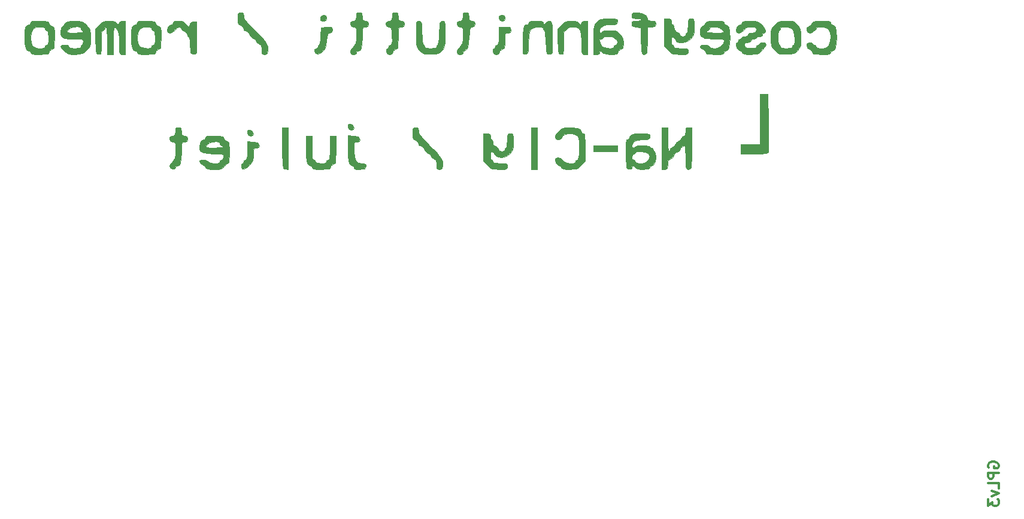
<source format=gbr>
G04 #@! TF.GenerationSoftware,KiCad,Pcbnew,(5.1.4)-1*
G04 #@! TF.CreationDate,2020-04-30T20:00:02-04:00*
G04 #@! TF.ProjectId,juliet-pcb,6a756c69-6574-42d7-9063-622e6b696361,rev?*
G04 #@! TF.SameCoordinates,Original*
G04 #@! TF.FileFunction,Legend,Bot*
G04 #@! TF.FilePolarity,Positive*
%FSLAX46Y46*%
G04 Gerber Fmt 4.6, Leading zero omitted, Abs format (unit mm)*
G04 Created by KiCad (PCBNEW (5.1.4)-1) date 2020-04-30 20:00:02*
%MOMM*%
%LPD*%
G04 APERTURE LIST*
%ADD10C,0.300000*%
%ADD11C,0.010000*%
G04 APERTURE END LIST*
D10*
X268540800Y-126350200D02*
X268469371Y-126207342D01*
X268469371Y-125993057D01*
X268540800Y-125778771D01*
X268683657Y-125635914D01*
X268826514Y-125564485D01*
X269112228Y-125493057D01*
X269326514Y-125493057D01*
X269612228Y-125564485D01*
X269755085Y-125635914D01*
X269897942Y-125778771D01*
X269969371Y-125993057D01*
X269969371Y-126135914D01*
X269897942Y-126350200D01*
X269826514Y-126421628D01*
X269326514Y-126421628D01*
X269326514Y-126135914D01*
X269969371Y-127064485D02*
X268469371Y-127064485D01*
X268469371Y-127635914D01*
X268540800Y-127778771D01*
X268612228Y-127850200D01*
X268755085Y-127921628D01*
X268969371Y-127921628D01*
X269112228Y-127850200D01*
X269183657Y-127778771D01*
X269255085Y-127635914D01*
X269255085Y-127064485D01*
X269969371Y-129278771D02*
X269969371Y-128564485D01*
X268469371Y-128564485D01*
X268969371Y-129635914D02*
X269969371Y-129993057D01*
X268969371Y-130350200D01*
X268469371Y-130778771D02*
X268469371Y-131707342D01*
X269040800Y-131207342D01*
X269040800Y-131421628D01*
X269112228Y-131564485D01*
X269183657Y-131635914D01*
X269326514Y-131707342D01*
X269683657Y-131707342D01*
X269826514Y-131635914D01*
X269897942Y-131564485D01*
X269969371Y-131421628D01*
X269969371Y-130993057D01*
X269897942Y-130850200D01*
X269826514Y-130778771D01*
D11*
G36*
X174523400Y-62319822D02*
G01*
X174181068Y-62512652D01*
X174088290Y-62754933D01*
X174111003Y-63039519D01*
X174352643Y-63132517D01*
X174469290Y-63135933D01*
X174796726Y-63071035D01*
X174901189Y-62808443D01*
X174904400Y-62700822D01*
X174849121Y-62383669D01*
X174625966Y-62309157D01*
X174523400Y-62319822D01*
X174523400Y-62319822D01*
G37*
X174523400Y-62319822D02*
X174181068Y-62512652D01*
X174088290Y-62754933D01*
X174111003Y-63039519D01*
X174352643Y-63132517D01*
X174469290Y-63135933D01*
X174796726Y-63071035D01*
X174901189Y-62808443D01*
X174904400Y-62700822D01*
X174849121Y-62383669D01*
X174625966Y-62309157D01*
X174523400Y-62319822D01*
G36*
X199389490Y-62359205D02*
G01*
X199290188Y-62634586D01*
X199288400Y-62712600D01*
X199358339Y-63034843D01*
X199633720Y-63134145D01*
X199711734Y-63135933D01*
X200033977Y-63065994D01*
X200133279Y-62790613D01*
X200135067Y-62712600D01*
X200065128Y-62390356D01*
X199789748Y-62291054D01*
X199711734Y-62289266D01*
X199389490Y-62359205D01*
X199389490Y-62359205D01*
G37*
X199389490Y-62359205D02*
X199290188Y-62634586D01*
X199288400Y-62712600D01*
X199358339Y-63034843D01*
X199633720Y-63134145D01*
X199711734Y-63135933D01*
X200033977Y-63065994D01*
X200133279Y-62790613D01*
X200135067Y-62712600D01*
X200065128Y-62390356D01*
X199789748Y-62291054D01*
X199711734Y-62289266D01*
X199389490Y-62359205D01*
G36*
X133679177Y-63149238D02*
G01*
X133285958Y-63197320D01*
X133108166Y-63292428D01*
X133079067Y-63389933D01*
X132981239Y-63615175D01*
X132897639Y-63643933D01*
X132584111Y-63749132D01*
X132376798Y-64087203D01*
X132263661Y-64691857D01*
X132232400Y-65506600D01*
X132269972Y-66384477D01*
X132390711Y-66964953D01*
X132606659Y-67281736D01*
X132897639Y-67369266D01*
X133058526Y-67506226D01*
X133079067Y-67623266D01*
X133145594Y-67757244D01*
X133386005Y-67835888D01*
X133861544Y-67871446D01*
X134349067Y-67877266D01*
X135044578Y-67854148D01*
X135481145Y-67788675D01*
X135619067Y-67695838D01*
X135747332Y-67408579D01*
X136028856Y-67135762D01*
X136284305Y-67030600D01*
X136379158Y-66866335D01*
X136440555Y-66391099D01*
X136465359Y-65631225D01*
X136465734Y-65506600D01*
X135619067Y-65506600D01*
X135599560Y-66096545D01*
X135530410Y-66413283D01*
X135395671Y-66520596D01*
X135365067Y-66522600D01*
X135140570Y-66658145D01*
X135111067Y-66776600D01*
X134969335Y-66963899D01*
X134616950Y-67045372D01*
X134163125Y-67026453D01*
X133717077Y-66912577D01*
X133388019Y-66709177D01*
X133370700Y-66689997D01*
X133146105Y-66192190D01*
X133079067Y-65506600D01*
X133156916Y-64758512D01*
X133411198Y-64280074D01*
X133873015Y-64035036D01*
X134386700Y-63982600D01*
X134875186Y-64019299D01*
X135089069Y-64142823D01*
X135111067Y-64236600D01*
X135246613Y-64461096D01*
X135365067Y-64490600D01*
X135512553Y-64568627D01*
X135591738Y-64845228D01*
X135618566Y-65384183D01*
X135619067Y-65506600D01*
X136465734Y-65506600D01*
X136446179Y-64709834D01*
X136389603Y-64194105D01*
X136299142Y-63985744D01*
X136284305Y-63982599D01*
X135997047Y-63854335D01*
X135724230Y-63572810D01*
X135619067Y-63317361D01*
X135457242Y-63218003D01*
X134998926Y-63155636D01*
X134349067Y-63135933D01*
X133679177Y-63149238D01*
X133679177Y-63149238D01*
G37*
X133679177Y-63149238D02*
X133285958Y-63197320D01*
X133108166Y-63292428D01*
X133079067Y-63389933D01*
X132981239Y-63615175D01*
X132897639Y-63643933D01*
X132584111Y-63749132D01*
X132376798Y-64087203D01*
X132263661Y-64691857D01*
X132232400Y-65506600D01*
X132269972Y-66384477D01*
X132390711Y-66964953D01*
X132606659Y-67281736D01*
X132897639Y-67369266D01*
X133058526Y-67506226D01*
X133079067Y-67623266D01*
X133145594Y-67757244D01*
X133386005Y-67835888D01*
X133861544Y-67871446D01*
X134349067Y-67877266D01*
X135044578Y-67854148D01*
X135481145Y-67788675D01*
X135619067Y-67695838D01*
X135747332Y-67408579D01*
X136028856Y-67135762D01*
X136284305Y-67030600D01*
X136379158Y-66866335D01*
X136440555Y-66391099D01*
X136465359Y-65631225D01*
X136465734Y-65506600D01*
X135619067Y-65506600D01*
X135599560Y-66096545D01*
X135530410Y-66413283D01*
X135395671Y-66520596D01*
X135365067Y-66522600D01*
X135140570Y-66658145D01*
X135111067Y-66776600D01*
X134969335Y-66963899D01*
X134616950Y-67045372D01*
X134163125Y-67026453D01*
X133717077Y-66912577D01*
X133388019Y-66709177D01*
X133370700Y-66689997D01*
X133146105Y-66192190D01*
X133079067Y-65506600D01*
X133156916Y-64758512D01*
X133411198Y-64280074D01*
X133873015Y-64035036D01*
X134386700Y-63982600D01*
X134875186Y-64019299D01*
X135089069Y-64142823D01*
X135111067Y-64236600D01*
X135246613Y-64461096D01*
X135365067Y-64490600D01*
X135512553Y-64568627D01*
X135591738Y-64845228D01*
X135618566Y-65384183D01*
X135619067Y-65506600D01*
X136465734Y-65506600D01*
X136446179Y-64709834D01*
X136389603Y-64194105D01*
X136299142Y-63985744D01*
X136284305Y-63982599D01*
X135997047Y-63854335D01*
X135724230Y-63572810D01*
X135619067Y-63317361D01*
X135457242Y-63218003D01*
X134998926Y-63155636D01*
X134349067Y-63135933D01*
X133679177Y-63149238D01*
G36*
X138758860Y-63156069D02*
G01*
X138359158Y-63244519D01*
X138039031Y-63443343D01*
X137826239Y-63638226D01*
X137418801Y-64183150D01*
X137312400Y-64666321D01*
X137363478Y-65117127D01*
X137552396Y-65414084D01*
X137932686Y-65586396D01*
X138557878Y-65663269D01*
X139162972Y-65675933D01*
X139838466Y-65680347D01*
X140244092Y-65707795D01*
X140448645Y-65779585D01*
X140520920Y-65917026D01*
X140529734Y-66099266D01*
X140471769Y-66417496D01*
X140360400Y-66522600D01*
X140210171Y-66659752D01*
X140191067Y-66776600D01*
X140100428Y-66936331D01*
X139786613Y-67014346D01*
X139344400Y-67030600D01*
X138811963Y-67003408D01*
X138551912Y-66909263D01*
X138497734Y-66776600D01*
X138369215Y-66588737D01*
X137959045Y-66523059D01*
X137905067Y-66522600D01*
X137478733Y-66568467D01*
X137342283Y-66724186D01*
X137493206Y-67016932D01*
X137826239Y-67374973D01*
X138153792Y-67658010D01*
X138477931Y-67808155D01*
X138923987Y-67865064D01*
X139392572Y-67870558D01*
X139996617Y-67850269D01*
X140389303Y-67768461D01*
X140697575Y-67579345D01*
X140995400Y-67292400D01*
X141284207Y-66967700D01*
X141449168Y-66671262D01*
X141524690Y-66291295D01*
X141545175Y-65716005D01*
X141545734Y-65504175D01*
X141535391Y-64857689D01*
X141509519Y-64659933D01*
X140529734Y-64659933D01*
X140373114Y-64746797D01*
X139953343Y-64806819D01*
X139345551Y-64829266D01*
X139344400Y-64829266D01*
X138760121Y-64818445D01*
X138336762Y-64789970D01*
X138159995Y-64749818D01*
X138159067Y-64746535D01*
X138256870Y-64570627D01*
X138450700Y-64323202D01*
X138766247Y-64113147D01*
X139207179Y-63992198D01*
X139664280Y-63965789D01*
X140028336Y-64039354D01*
X140190131Y-64218328D01*
X140191067Y-64236600D01*
X140282502Y-64461943D01*
X140360400Y-64490600D01*
X140524813Y-64619458D01*
X140529734Y-64659933D01*
X141509519Y-64659933D01*
X141480562Y-64438609D01*
X141345547Y-64135787D01*
X141094649Y-63838077D01*
X140970000Y-63711666D01*
X140612542Y-63386085D01*
X140287564Y-63213453D01*
X139862310Y-63146084D01*
X139367172Y-63135933D01*
X138758860Y-63156069D01*
X138758860Y-63156069D01*
G37*
X138758860Y-63156069D02*
X138359158Y-63244519D01*
X138039031Y-63443343D01*
X137826239Y-63638226D01*
X137418801Y-64183150D01*
X137312400Y-64666321D01*
X137363478Y-65117127D01*
X137552396Y-65414084D01*
X137932686Y-65586396D01*
X138557878Y-65663269D01*
X139162972Y-65675933D01*
X139838466Y-65680347D01*
X140244092Y-65707795D01*
X140448645Y-65779585D01*
X140520920Y-65917026D01*
X140529734Y-66099266D01*
X140471769Y-66417496D01*
X140360400Y-66522600D01*
X140210171Y-66659752D01*
X140191067Y-66776600D01*
X140100428Y-66936331D01*
X139786613Y-67014346D01*
X139344400Y-67030600D01*
X138811963Y-67003408D01*
X138551912Y-66909263D01*
X138497734Y-66776600D01*
X138369215Y-66588737D01*
X137959045Y-66523059D01*
X137905067Y-66522600D01*
X137478733Y-66568467D01*
X137342283Y-66724186D01*
X137493206Y-67016932D01*
X137826239Y-67374973D01*
X138153792Y-67658010D01*
X138477931Y-67808155D01*
X138923987Y-67865064D01*
X139392572Y-67870558D01*
X139996617Y-67850269D01*
X140389303Y-67768461D01*
X140697575Y-67579345D01*
X140995400Y-67292400D01*
X141284207Y-66967700D01*
X141449168Y-66671262D01*
X141524690Y-66291295D01*
X141545175Y-65716005D01*
X141545734Y-65504175D01*
X141535391Y-64857689D01*
X141509519Y-64659933D01*
X140529734Y-64659933D01*
X140373114Y-64746797D01*
X139953343Y-64806819D01*
X139345551Y-64829266D01*
X139344400Y-64829266D01*
X138760121Y-64818445D01*
X138336762Y-64789970D01*
X138159995Y-64749818D01*
X138159067Y-64746535D01*
X138256870Y-64570627D01*
X138450700Y-64323202D01*
X138766247Y-64113147D01*
X139207179Y-63992198D01*
X139664280Y-63965789D01*
X140028336Y-64039354D01*
X140190131Y-64218328D01*
X140191067Y-64236600D01*
X140282502Y-64461943D01*
X140360400Y-64490600D01*
X140524813Y-64619458D01*
X140529734Y-64659933D01*
X141509519Y-64659933D01*
X141480562Y-64438609D01*
X141345547Y-64135787D01*
X141094649Y-63838077D01*
X140970000Y-63711666D01*
X140612542Y-63386085D01*
X140287564Y-63213453D01*
X139862310Y-63146084D01*
X139367172Y-63135933D01*
X138758860Y-63156069D01*
G36*
X145692590Y-63224254D02*
G01*
X145609734Y-63389933D01*
X145521564Y-63618023D01*
X145337841Y-63585880D01*
X145209832Y-63389933D01*
X145012894Y-63221039D01*
X144557439Y-63144051D01*
X144243448Y-63135933D01*
X143677416Y-63166838D01*
X143284692Y-63303127D01*
X142902294Y-63610163D01*
X142792756Y-63717710D01*
X142210979Y-64299488D01*
X142259356Y-66046044D01*
X142285186Y-66830923D01*
X142320355Y-67339848D01*
X142379807Y-67635485D01*
X142478485Y-67780498D01*
X142631332Y-67837554D01*
X142688734Y-67846710D01*
X142861147Y-67857461D01*
X142971682Y-67790941D01*
X143034086Y-67587584D01*
X143062104Y-67187824D01*
X143069482Y-66532096D01*
X143069734Y-66195710D01*
X143078038Y-65402943D01*
X143108468Y-64893001D01*
X143169299Y-64610328D01*
X143268808Y-64499365D01*
X143323734Y-64490600D01*
X143548231Y-64355054D01*
X143577734Y-64236600D01*
X143669169Y-64011256D01*
X143747067Y-63982600D01*
X143822413Y-64144920D01*
X143877861Y-64604618D01*
X143909855Y-65320799D01*
X143916400Y-65929933D01*
X143916400Y-67877266D01*
X144763067Y-67877266D01*
X144763067Y-66024593D01*
X144775043Y-65267327D01*
X144807486Y-64643041D01*
X144855170Y-64224564D01*
X144902195Y-64085934D01*
X145101738Y-64133455D01*
X145325528Y-64331876D01*
X145467815Y-64577664D01*
X145555646Y-64958238D01*
X145599413Y-65544484D01*
X145609734Y-66270535D01*
X145612683Y-67015235D01*
X145632678Y-67484744D01*
X145686445Y-67742536D01*
X145790708Y-67852087D01*
X145962189Y-67876871D01*
X146033067Y-67877266D01*
X146456400Y-67877266D01*
X146456400Y-63135933D01*
X146033067Y-63135933D01*
X145692590Y-63224254D01*
X145692590Y-63224254D01*
G37*
X145692590Y-63224254D02*
X145609734Y-63389933D01*
X145521564Y-63618023D01*
X145337841Y-63585880D01*
X145209832Y-63389933D01*
X145012894Y-63221039D01*
X144557439Y-63144051D01*
X144243448Y-63135933D01*
X143677416Y-63166838D01*
X143284692Y-63303127D01*
X142902294Y-63610163D01*
X142792756Y-63717710D01*
X142210979Y-64299488D01*
X142259356Y-66046044D01*
X142285186Y-66830923D01*
X142320355Y-67339848D01*
X142379807Y-67635485D01*
X142478485Y-67780498D01*
X142631332Y-67837554D01*
X142688734Y-67846710D01*
X142861147Y-67857461D01*
X142971682Y-67790941D01*
X143034086Y-67587584D01*
X143062104Y-67187824D01*
X143069482Y-66532096D01*
X143069734Y-66195710D01*
X143078038Y-65402943D01*
X143108468Y-64893001D01*
X143169299Y-64610328D01*
X143268808Y-64499365D01*
X143323734Y-64490600D01*
X143548231Y-64355054D01*
X143577734Y-64236600D01*
X143669169Y-64011256D01*
X143747067Y-63982600D01*
X143822413Y-64144920D01*
X143877861Y-64604618D01*
X143909855Y-65320799D01*
X143916400Y-65929933D01*
X143916400Y-67877266D01*
X144763067Y-67877266D01*
X144763067Y-66024593D01*
X144775043Y-65267327D01*
X144807486Y-64643041D01*
X144855170Y-64224564D01*
X144902195Y-64085934D01*
X145101738Y-64133455D01*
X145325528Y-64331876D01*
X145467815Y-64577664D01*
X145555646Y-64958238D01*
X145599413Y-65544484D01*
X145609734Y-66270535D01*
X145612683Y-67015235D01*
X145632678Y-67484744D01*
X145686445Y-67742536D01*
X145790708Y-67852087D01*
X145962189Y-67876871D01*
X146033067Y-67877266D01*
X146456400Y-67877266D01*
X146456400Y-63135933D01*
X146033067Y-63135933D01*
X145692590Y-63224254D01*
G36*
X148749843Y-63149238D02*
G01*
X148356624Y-63197320D01*
X148178832Y-63292428D01*
X148149734Y-63389933D01*
X148051906Y-63615175D01*
X147968305Y-63643933D01*
X147654777Y-63749132D01*
X147447465Y-64087203D01*
X147334328Y-64691857D01*
X147303067Y-65506600D01*
X147340638Y-66384477D01*
X147461378Y-66964953D01*
X147677326Y-67281736D01*
X147968305Y-67369266D01*
X148129193Y-67506226D01*
X148149734Y-67623266D01*
X148216261Y-67757244D01*
X148456671Y-67835888D01*
X148932211Y-67871446D01*
X149419734Y-67877266D01*
X150115245Y-67854148D01*
X150551812Y-67788675D01*
X150689734Y-67695838D01*
X150817998Y-67408579D01*
X151099523Y-67135762D01*
X151354972Y-67030600D01*
X151449825Y-66866335D01*
X151511221Y-66391099D01*
X151536026Y-65631225D01*
X151536400Y-65506600D01*
X150689734Y-65506600D01*
X150670227Y-66096545D01*
X150601077Y-66413283D01*
X150466338Y-66520596D01*
X150435734Y-66522600D01*
X150211237Y-66658145D01*
X150181734Y-66776600D01*
X150040713Y-66964612D01*
X149689927Y-67042047D01*
X149237795Y-67014325D01*
X148792734Y-66886868D01*
X148488400Y-66691933D01*
X148253567Y-66324166D01*
X148156697Y-65777821D01*
X148149734Y-65506600D01*
X148241409Y-64757052D01*
X148531270Y-64271851D01*
X149041573Y-64025960D01*
X149504400Y-63982600D01*
X149975371Y-64024542D01*
X150169441Y-64163576D01*
X150181734Y-64236600D01*
X150317280Y-64461096D01*
X150435734Y-64490600D01*
X150583220Y-64568627D01*
X150662405Y-64845228D01*
X150689233Y-65384183D01*
X150689734Y-65506600D01*
X151536400Y-65506600D01*
X151516845Y-64709834D01*
X151460269Y-64194105D01*
X151369808Y-63985744D01*
X151354972Y-63982599D01*
X151067714Y-63854335D01*
X150794896Y-63572810D01*
X150689734Y-63317361D01*
X150527909Y-63218003D01*
X150069592Y-63155636D01*
X149419734Y-63135933D01*
X148749843Y-63149238D01*
X148749843Y-63149238D01*
G37*
X148749843Y-63149238D02*
X148356624Y-63197320D01*
X148178832Y-63292428D01*
X148149734Y-63389933D01*
X148051906Y-63615175D01*
X147968305Y-63643933D01*
X147654777Y-63749132D01*
X147447465Y-64087203D01*
X147334328Y-64691857D01*
X147303067Y-65506600D01*
X147340638Y-66384477D01*
X147461378Y-66964953D01*
X147677326Y-67281736D01*
X147968305Y-67369266D01*
X148129193Y-67506226D01*
X148149734Y-67623266D01*
X148216261Y-67757244D01*
X148456671Y-67835888D01*
X148932211Y-67871446D01*
X149419734Y-67877266D01*
X150115245Y-67854148D01*
X150551812Y-67788675D01*
X150689734Y-67695838D01*
X150817998Y-67408579D01*
X151099523Y-67135762D01*
X151354972Y-67030600D01*
X151449825Y-66866335D01*
X151511221Y-66391099D01*
X151536026Y-65631225D01*
X151536400Y-65506600D01*
X150689734Y-65506600D01*
X150670227Y-66096545D01*
X150601077Y-66413283D01*
X150466338Y-66520596D01*
X150435734Y-66522600D01*
X150211237Y-66658145D01*
X150181734Y-66776600D01*
X150040713Y-66964612D01*
X149689927Y-67042047D01*
X149237795Y-67014325D01*
X148792734Y-66886868D01*
X148488400Y-66691933D01*
X148253567Y-66324166D01*
X148156697Y-65777821D01*
X148149734Y-65506600D01*
X148241409Y-64757052D01*
X148531270Y-64271851D01*
X149041573Y-64025960D01*
X149504400Y-63982600D01*
X149975371Y-64024542D01*
X150169441Y-64163576D01*
X150181734Y-64236600D01*
X150317280Y-64461096D01*
X150435734Y-64490600D01*
X150583220Y-64568627D01*
X150662405Y-64845228D01*
X150689233Y-65384183D01*
X150689734Y-65506600D01*
X151536400Y-65506600D01*
X151516845Y-64709834D01*
X151460269Y-64194105D01*
X151369808Y-63985744D01*
X151354972Y-63982599D01*
X151067714Y-63854335D01*
X150794896Y-63572810D01*
X150689734Y-63317361D01*
X150527909Y-63218003D01*
X150069592Y-63155636D01*
X149419734Y-63135933D01*
X148749843Y-63149238D01*
G36*
X153474417Y-63171286D02*
G01*
X153254942Y-63290751D01*
X153229734Y-63389933D01*
X153131906Y-63615175D01*
X153048305Y-63643933D01*
X152729585Y-63788411D01*
X152471863Y-64129626D01*
X152383067Y-64478504D01*
X152499339Y-64756764D01*
X152784822Y-64829515D01*
X153144516Y-64703114D01*
X153467262Y-64405933D01*
X153785283Y-64112340D01*
X154112971Y-63990356D01*
X154352360Y-64057483D01*
X154415067Y-64236600D01*
X154512895Y-64461842D01*
X154596496Y-64490600D01*
X154883754Y-64618864D01*
X155156571Y-64900389D01*
X155261734Y-65155838D01*
X155378320Y-65329985D01*
X155423649Y-65337266D01*
X155508522Y-65492557D01*
X155582678Y-65902306D01*
X155631602Y-66482323D01*
X155635315Y-66564933D01*
X155670016Y-67202719D01*
X155726613Y-67577138D01*
X155830447Y-67763474D01*
X156006862Y-67837008D01*
X156066824Y-67846809D01*
X156400927Y-67800339D01*
X156537967Y-67668083D01*
X156568599Y-67416261D01*
X156586773Y-66899976D01*
X156591172Y-66193250D01*
X156580483Y-65370103D01*
X156579543Y-65327873D01*
X156531734Y-63220600D01*
X156108400Y-63220600D01*
X155759438Y-63313773D01*
X155630957Y-63601600D01*
X155537626Y-63915803D01*
X155367527Y-63930216D01*
X155088082Y-63642564D01*
X155024206Y-63559266D01*
X154728052Y-63273142D01*
X154328234Y-63152383D01*
X153968015Y-63135933D01*
X153474417Y-63171286D01*
X153474417Y-63171286D01*
G37*
X153474417Y-63171286D02*
X153254942Y-63290751D01*
X153229734Y-63389933D01*
X153131906Y-63615175D01*
X153048305Y-63643933D01*
X152729585Y-63788411D01*
X152471863Y-64129626D01*
X152383067Y-64478504D01*
X152499339Y-64756764D01*
X152784822Y-64829515D01*
X153144516Y-64703114D01*
X153467262Y-64405933D01*
X153785283Y-64112340D01*
X154112971Y-63990356D01*
X154352360Y-64057483D01*
X154415067Y-64236600D01*
X154512895Y-64461842D01*
X154596496Y-64490600D01*
X154883754Y-64618864D01*
X155156571Y-64900389D01*
X155261734Y-65155838D01*
X155378320Y-65329985D01*
X155423649Y-65337266D01*
X155508522Y-65492557D01*
X155582678Y-65902306D01*
X155631602Y-66482323D01*
X155635315Y-66564933D01*
X155670016Y-67202719D01*
X155726613Y-67577138D01*
X155830447Y-67763474D01*
X156006862Y-67837008D01*
X156066824Y-67846809D01*
X156400927Y-67800339D01*
X156537967Y-67668083D01*
X156568599Y-67416261D01*
X156586773Y-66899976D01*
X156591172Y-66193250D01*
X156580483Y-65370103D01*
X156579543Y-65327873D01*
X156531734Y-63220600D01*
X156108400Y-63220600D01*
X155759438Y-63313773D01*
X155630957Y-63601600D01*
X155537626Y-63915803D01*
X155367527Y-63930216D01*
X155088082Y-63642564D01*
X155024206Y-63559266D01*
X154728052Y-63273142D01*
X154328234Y-63152383D01*
X153968015Y-63135933D01*
X153474417Y-63171286D01*
G36*
X162545823Y-61978050D02*
G01*
X162420483Y-62118141D01*
X162377744Y-62457479D01*
X162373734Y-62797266D01*
X162406886Y-63303216D01*
X162494256Y-63600184D01*
X162555162Y-63643933D01*
X162842421Y-63772197D01*
X163115238Y-64053722D01*
X163220400Y-64309171D01*
X163350495Y-64483158D01*
X163401829Y-64490600D01*
X163656819Y-64601607D01*
X163930290Y-64842211D01*
X164066638Y-65073785D01*
X164067067Y-65083266D01*
X164191667Y-65310439D01*
X164461733Y-65554077D01*
X164721663Y-65675551D01*
X164732305Y-65675933D01*
X164906293Y-65806027D01*
X164913734Y-65857361D01*
X165041998Y-66144620D01*
X165323523Y-66417437D01*
X165578972Y-66522600D01*
X165692572Y-66672792D01*
X165755768Y-67048000D01*
X165760400Y-67199933D01*
X165783507Y-67636327D01*
X165892494Y-67830289D01*
X166146867Y-67877024D01*
X166183734Y-67877266D01*
X166443346Y-67846385D01*
X166567409Y-67693684D01*
X166605131Y-67329082D01*
X166607067Y-67102306D01*
X166597841Y-66786999D01*
X166545358Y-66522185D01*
X166412415Y-66253841D01*
X166161809Y-65927944D01*
X165756335Y-65490470D01*
X165158789Y-64887399D01*
X164913734Y-64643459D01*
X164215743Y-63937152D01*
X163732784Y-63413240D01*
X163429523Y-63026058D01*
X163270624Y-62729941D01*
X163220752Y-62479224D01*
X163220400Y-62455085D01*
X163174082Y-62093654D01*
X162977715Y-61962176D01*
X162797067Y-61950600D01*
X162545823Y-61978050D01*
X162545823Y-61978050D01*
G37*
X162545823Y-61978050D02*
X162420483Y-62118141D01*
X162377744Y-62457479D01*
X162373734Y-62797266D01*
X162406886Y-63303216D01*
X162494256Y-63600184D01*
X162555162Y-63643933D01*
X162842421Y-63772197D01*
X163115238Y-64053722D01*
X163220400Y-64309171D01*
X163350495Y-64483158D01*
X163401829Y-64490600D01*
X163656819Y-64601607D01*
X163930290Y-64842211D01*
X164066638Y-65073785D01*
X164067067Y-65083266D01*
X164191667Y-65310439D01*
X164461733Y-65554077D01*
X164721663Y-65675551D01*
X164732305Y-65675933D01*
X164906293Y-65806027D01*
X164913734Y-65857361D01*
X165041998Y-66144620D01*
X165323523Y-66417437D01*
X165578972Y-66522600D01*
X165692572Y-66672792D01*
X165755768Y-67048000D01*
X165760400Y-67199933D01*
X165783507Y-67636327D01*
X165892494Y-67830289D01*
X166146867Y-67877024D01*
X166183734Y-67877266D01*
X166443346Y-67846385D01*
X166567409Y-67693684D01*
X166605131Y-67329082D01*
X166607067Y-67102306D01*
X166597841Y-66786999D01*
X166545358Y-66522185D01*
X166412415Y-66253841D01*
X166161809Y-65927944D01*
X165756335Y-65490470D01*
X165158789Y-64887399D01*
X164913734Y-64643459D01*
X164215743Y-63937152D01*
X163732784Y-63413240D01*
X163429523Y-63026058D01*
X163270624Y-62729941D01*
X163220752Y-62479224D01*
X163220400Y-62455085D01*
X163174082Y-62093654D01*
X162977715Y-61962176D01*
X162797067Y-61950600D01*
X162545823Y-61978050D01*
G36*
X174946734Y-64015655D02*
G01*
X174142400Y-64067266D01*
X174092649Y-65294933D01*
X174048022Y-65890737D01*
X173976298Y-66327099D01*
X173891990Y-66519829D01*
X173880982Y-66522600D01*
X173737297Y-66659865D01*
X173719067Y-66776600D01*
X173582606Y-66998293D01*
X173453290Y-67030600D01*
X173252237Y-67157093D01*
X173241623Y-67411600D01*
X173405731Y-67746336D01*
X173723761Y-67823428D01*
X174132044Y-67644750D01*
X174430094Y-67376622D01*
X174718420Y-66982163D01*
X174872483Y-66523043D01*
X174938094Y-65893965D01*
X174981946Y-65334954D01*
X175062663Y-65030348D01*
X175215440Y-64895891D01*
X175370067Y-64859822D01*
X175672878Y-64712508D01*
X175751067Y-64384878D01*
X175725246Y-64132712D01*
X175588774Y-64017674D01*
X175253136Y-63999133D01*
X174946734Y-64015655D01*
X174946734Y-64015655D01*
G37*
X174946734Y-64015655D02*
X174142400Y-64067266D01*
X174092649Y-65294933D01*
X174048022Y-65890737D01*
X173976298Y-66327099D01*
X173891990Y-66519829D01*
X173880982Y-66522600D01*
X173737297Y-66659865D01*
X173719067Y-66776600D01*
X173582606Y-66998293D01*
X173453290Y-67030600D01*
X173252237Y-67157093D01*
X173241623Y-67411600D01*
X173405731Y-67746336D01*
X173723761Y-67823428D01*
X174132044Y-67644750D01*
X174430094Y-67376622D01*
X174718420Y-66982163D01*
X174872483Y-66523043D01*
X174938094Y-65893965D01*
X174981946Y-65334954D01*
X175062663Y-65030348D01*
X175215440Y-64895891D01*
X175370067Y-64859822D01*
X175672878Y-64712508D01*
X175751067Y-64384878D01*
X175725246Y-64132712D01*
X175588774Y-64017674D01*
X175253136Y-63999133D01*
X174946734Y-64015655D01*
G36*
X179274784Y-61994880D02*
G01*
X179157585Y-62194142D01*
X179137734Y-62543266D01*
X179106105Y-62944062D01*
X178963775Y-63108141D01*
X178714400Y-63135933D01*
X178392157Y-63205872D01*
X178292855Y-63481252D01*
X178291067Y-63559266D01*
X178361006Y-63881510D01*
X178636387Y-63980812D01*
X178714400Y-63982600D01*
X178933936Y-63999572D01*
X179060434Y-64099229D01*
X179119509Y-64354678D01*
X179136775Y-64839025D01*
X179137734Y-65190849D01*
X179124162Y-65847440D01*
X179065633Y-66266884D01*
X178935427Y-66550206D01*
X178714400Y-66791430D01*
X178421241Y-67160303D01*
X178291423Y-67515923D01*
X178291067Y-67530514D01*
X178386327Y-67801269D01*
X178714400Y-67877266D01*
X179054878Y-67788945D01*
X179137734Y-67623266D01*
X179235562Y-67398024D01*
X179319162Y-67369266D01*
X179625486Y-67271496D01*
X179830032Y-66953735D01*
X179945409Y-66379308D01*
X179984224Y-65511539D01*
X179984400Y-65434028D01*
X179988208Y-64733503D01*
X180012613Y-64304870D01*
X180077091Y-64081357D01*
X180201117Y-63996191D01*
X180404168Y-63982600D01*
X180407734Y-63982600D01*
X180729977Y-63912661D01*
X180829279Y-63637280D01*
X180831067Y-63559266D01*
X180761128Y-63237023D01*
X180485748Y-63137721D01*
X180407734Y-63135933D01*
X180121451Y-63091653D01*
X180004252Y-62892390D01*
X179984400Y-62543266D01*
X179952772Y-62142470D01*
X179810441Y-61978391D01*
X179561067Y-61950600D01*
X179274784Y-61994880D01*
X179274784Y-61994880D01*
G37*
X179274784Y-61994880D02*
X179157585Y-62194142D01*
X179137734Y-62543266D01*
X179106105Y-62944062D01*
X178963775Y-63108141D01*
X178714400Y-63135933D01*
X178392157Y-63205872D01*
X178292855Y-63481252D01*
X178291067Y-63559266D01*
X178361006Y-63881510D01*
X178636387Y-63980812D01*
X178714400Y-63982600D01*
X178933936Y-63999572D01*
X179060434Y-64099229D01*
X179119509Y-64354678D01*
X179136775Y-64839025D01*
X179137734Y-65190849D01*
X179124162Y-65847440D01*
X179065633Y-66266884D01*
X178935427Y-66550206D01*
X178714400Y-66791430D01*
X178421241Y-67160303D01*
X178291423Y-67515923D01*
X178291067Y-67530514D01*
X178386327Y-67801269D01*
X178714400Y-67877266D01*
X179054878Y-67788945D01*
X179137734Y-67623266D01*
X179235562Y-67398024D01*
X179319162Y-67369266D01*
X179625486Y-67271496D01*
X179830032Y-66953735D01*
X179945409Y-66379308D01*
X179984224Y-65511539D01*
X179984400Y-65434028D01*
X179988208Y-64733503D01*
X180012613Y-64304870D01*
X180077091Y-64081357D01*
X180201117Y-63996191D01*
X180404168Y-63982600D01*
X180407734Y-63982600D01*
X180729977Y-63912661D01*
X180829279Y-63637280D01*
X180831067Y-63559266D01*
X180761128Y-63237023D01*
X180485748Y-63137721D01*
X180407734Y-63135933D01*
X180121451Y-63091653D01*
X180004252Y-62892390D01*
X179984400Y-62543266D01*
X179952772Y-62142470D01*
X179810441Y-61978391D01*
X179561067Y-61950600D01*
X179274784Y-61994880D01*
G36*
X184354784Y-61994880D02*
G01*
X184237585Y-62194142D01*
X184217734Y-62543266D01*
X184186105Y-62944062D01*
X184043775Y-63108141D01*
X183794400Y-63135933D01*
X183468336Y-63254323D01*
X183339610Y-63523916D01*
X183414418Y-63816347D01*
X183698954Y-64003247D01*
X183752067Y-64013156D01*
X183950793Y-64070000D01*
X184070613Y-64220661D01*
X184136821Y-64540401D01*
X184174709Y-65104483D01*
X184182819Y-65294933D01*
X184197265Y-65943011D01*
X184167763Y-66319585D01*
X184083004Y-66490243D01*
X183971152Y-66522600D01*
X183741923Y-66654867D01*
X183709734Y-66776600D01*
X183618299Y-67001943D01*
X183540400Y-67030600D01*
X183413109Y-67175512D01*
X183371067Y-67453933D01*
X183441006Y-67776176D01*
X183716387Y-67875478D01*
X183794400Y-67877266D01*
X184112563Y-67815194D01*
X184217734Y-67695838D01*
X184345998Y-67408579D01*
X184627523Y-67135762D01*
X184882972Y-67030600D01*
X184977825Y-66866335D01*
X185039221Y-66391099D01*
X185064026Y-65631225D01*
X185064400Y-65506600D01*
X185067771Y-64785165D01*
X185089952Y-64337226D01*
X185149047Y-64097612D01*
X185263158Y-64001151D01*
X185450387Y-63982674D01*
X185487734Y-63982600D01*
X185809977Y-63912661D01*
X185909279Y-63637280D01*
X185911067Y-63559266D01*
X185841128Y-63237023D01*
X185565748Y-63137721D01*
X185487734Y-63135933D01*
X185201451Y-63091653D01*
X185084252Y-62892390D01*
X185064400Y-62543266D01*
X185032772Y-62142470D01*
X184890441Y-61978391D01*
X184641067Y-61950600D01*
X184354784Y-61994880D01*
X184354784Y-61994880D01*
G37*
X184354784Y-61994880D02*
X184237585Y-62194142D01*
X184217734Y-62543266D01*
X184186105Y-62944062D01*
X184043775Y-63108141D01*
X183794400Y-63135933D01*
X183468336Y-63254323D01*
X183339610Y-63523916D01*
X183414418Y-63816347D01*
X183698954Y-64003247D01*
X183752067Y-64013156D01*
X183950793Y-64070000D01*
X184070613Y-64220661D01*
X184136821Y-64540401D01*
X184174709Y-65104483D01*
X184182819Y-65294933D01*
X184197265Y-65943011D01*
X184167763Y-66319585D01*
X184083004Y-66490243D01*
X183971152Y-66522600D01*
X183741923Y-66654867D01*
X183709734Y-66776600D01*
X183618299Y-67001943D01*
X183540400Y-67030600D01*
X183413109Y-67175512D01*
X183371067Y-67453933D01*
X183441006Y-67776176D01*
X183716387Y-67875478D01*
X183794400Y-67877266D01*
X184112563Y-67815194D01*
X184217734Y-67695838D01*
X184345998Y-67408579D01*
X184627523Y-67135762D01*
X184882972Y-67030600D01*
X184977825Y-66866335D01*
X185039221Y-66391099D01*
X185064026Y-65631225D01*
X185064400Y-65506600D01*
X185067771Y-64785165D01*
X185089952Y-64337226D01*
X185149047Y-64097612D01*
X185263158Y-64001151D01*
X185450387Y-63982674D01*
X185487734Y-63982600D01*
X185809977Y-63912661D01*
X185909279Y-63637280D01*
X185911067Y-63559266D01*
X185841128Y-63237023D01*
X185565748Y-63137721D01*
X185487734Y-63135933D01*
X185201451Y-63091653D01*
X185084252Y-62892390D01*
X185064400Y-62543266D01*
X185032772Y-62142470D01*
X184890441Y-61978391D01*
X184641067Y-61950600D01*
X184354784Y-61994880D01*
G36*
X191287400Y-63166489D02*
G01*
X191111716Y-63211478D01*
X190997497Y-63329299D01*
X190928491Y-63584484D01*
X190888442Y-64041569D01*
X190861097Y-64765088D01*
X190857935Y-64871600D01*
X190821669Y-65576930D01*
X190763445Y-66130585D01*
X190692424Y-66461093D01*
X190646269Y-66522600D01*
X190501448Y-66659845D01*
X190483067Y-66776600D01*
X190392428Y-66936331D01*
X190078613Y-67014346D01*
X189636400Y-67030600D01*
X189103963Y-67003408D01*
X188843912Y-66909263D01*
X188789734Y-66776600D01*
X188701550Y-66551207D01*
X188626532Y-66522600D01*
X188552189Y-66365181D01*
X188484996Y-65940575D01*
X188434116Y-65320254D01*
X188414866Y-64871600D01*
X188387949Y-64112199D01*
X188350257Y-63626886D01*
X188285535Y-63351128D01*
X188177528Y-63220388D01*
X188009983Y-63170134D01*
X187985400Y-63166489D01*
X187819698Y-63155249D01*
X187710715Y-63215735D01*
X187646572Y-63404879D01*
X187615390Y-63779619D01*
X187605289Y-64396887D01*
X187604400Y-64992529D01*
X187607318Y-65813600D01*
X187626781Y-66370512D01*
X187678862Y-66737771D01*
X187779628Y-66989884D01*
X187945149Y-67201358D01*
X188118239Y-67374973D01*
X188442942Y-67656813D01*
X188760808Y-67805329D01*
X189196569Y-67859195D01*
X189684572Y-67860607D01*
X190300634Y-67831402D01*
X190700173Y-67741251D01*
X191004688Y-67550035D01*
X191202734Y-67359306D01*
X191406070Y-67132042D01*
X191539528Y-66906662D01*
X191617795Y-66608547D01*
X191655560Y-66163076D01*
X191667510Y-65495629D01*
X191668400Y-64993521D01*
X191665912Y-64175915D01*
X191650533Y-63640052D01*
X191610394Y-63329013D01*
X191533625Y-63185877D01*
X191408355Y-63153722D01*
X191287400Y-63166489D01*
X191287400Y-63166489D01*
G37*
X191287400Y-63166489D02*
X191111716Y-63211478D01*
X190997497Y-63329299D01*
X190928491Y-63584484D01*
X190888442Y-64041569D01*
X190861097Y-64765088D01*
X190857935Y-64871600D01*
X190821669Y-65576930D01*
X190763445Y-66130585D01*
X190692424Y-66461093D01*
X190646269Y-66522600D01*
X190501448Y-66659845D01*
X190483067Y-66776600D01*
X190392428Y-66936331D01*
X190078613Y-67014346D01*
X189636400Y-67030600D01*
X189103963Y-67003408D01*
X188843912Y-66909263D01*
X188789734Y-66776600D01*
X188701550Y-66551207D01*
X188626532Y-66522600D01*
X188552189Y-66365181D01*
X188484996Y-65940575D01*
X188434116Y-65320254D01*
X188414866Y-64871600D01*
X188387949Y-64112199D01*
X188350257Y-63626886D01*
X188285535Y-63351128D01*
X188177528Y-63220388D01*
X188009983Y-63170134D01*
X187985400Y-63166489D01*
X187819698Y-63155249D01*
X187710715Y-63215735D01*
X187646572Y-63404879D01*
X187615390Y-63779619D01*
X187605289Y-64396887D01*
X187604400Y-64992529D01*
X187607318Y-65813600D01*
X187626781Y-66370512D01*
X187678862Y-66737771D01*
X187779628Y-66989884D01*
X187945149Y-67201358D01*
X188118239Y-67374973D01*
X188442942Y-67656813D01*
X188760808Y-67805329D01*
X189196569Y-67859195D01*
X189684572Y-67860607D01*
X190300634Y-67831402D01*
X190700173Y-67741251D01*
X191004688Y-67550035D01*
X191202734Y-67359306D01*
X191406070Y-67132042D01*
X191539528Y-66906662D01*
X191617795Y-66608547D01*
X191655560Y-66163076D01*
X191667510Y-65495629D01*
X191668400Y-64993521D01*
X191665912Y-64175915D01*
X191650533Y-63640052D01*
X191610394Y-63329013D01*
X191533625Y-63185877D01*
X191408355Y-63153722D01*
X191287400Y-63166489D01*
G36*
X194345451Y-61994880D02*
G01*
X194228252Y-62194142D01*
X194208400Y-62543266D01*
X194176772Y-62944062D01*
X194034441Y-63108141D01*
X193785067Y-63135933D01*
X193462824Y-63205872D01*
X193363522Y-63481252D01*
X193361734Y-63559266D01*
X193431673Y-63881510D01*
X193707053Y-63980812D01*
X193785067Y-63982600D01*
X194004603Y-63999572D01*
X194131101Y-64099229D01*
X194190176Y-64354678D01*
X194207441Y-64839025D01*
X194208400Y-65190849D01*
X194194829Y-65847440D01*
X194136300Y-66266884D01*
X194006094Y-66550206D01*
X193785067Y-66791430D01*
X193491907Y-67160303D01*
X193362090Y-67515923D01*
X193361734Y-67530514D01*
X193456994Y-67801269D01*
X193785067Y-67877266D01*
X194125544Y-67788945D01*
X194208400Y-67623266D01*
X194306229Y-67398024D01*
X194389829Y-67369266D01*
X194691928Y-67263740D01*
X194901304Y-66924343D01*
X195030671Y-66316846D01*
X195090241Y-65483521D01*
X195120970Y-64789628D01*
X195167284Y-64364466D01*
X195249648Y-64138131D01*
X195388528Y-64040722D01*
X195520734Y-64013156D01*
X195833191Y-63849578D01*
X195935109Y-63563662D01*
X195832682Y-63283775D01*
X195532105Y-63138282D01*
X195478400Y-63135933D01*
X195192118Y-63091653D01*
X195074919Y-62892390D01*
X195055067Y-62543266D01*
X195023439Y-62142470D01*
X194881108Y-61978391D01*
X194631734Y-61950600D01*
X194345451Y-61994880D01*
X194345451Y-61994880D01*
G37*
X194345451Y-61994880D02*
X194228252Y-62194142D01*
X194208400Y-62543266D01*
X194176772Y-62944062D01*
X194034441Y-63108141D01*
X193785067Y-63135933D01*
X193462824Y-63205872D01*
X193363522Y-63481252D01*
X193361734Y-63559266D01*
X193431673Y-63881510D01*
X193707053Y-63980812D01*
X193785067Y-63982600D01*
X194004603Y-63999572D01*
X194131101Y-64099229D01*
X194190176Y-64354678D01*
X194207441Y-64839025D01*
X194208400Y-65190849D01*
X194194829Y-65847440D01*
X194136300Y-66266884D01*
X194006094Y-66550206D01*
X193785067Y-66791430D01*
X193491907Y-67160303D01*
X193362090Y-67515923D01*
X193361734Y-67530514D01*
X193456994Y-67801269D01*
X193785067Y-67877266D01*
X194125544Y-67788945D01*
X194208400Y-67623266D01*
X194306229Y-67398024D01*
X194389829Y-67369266D01*
X194691928Y-67263740D01*
X194901304Y-66924343D01*
X195030671Y-66316846D01*
X195090241Y-65483521D01*
X195120970Y-64789628D01*
X195167284Y-64364466D01*
X195249648Y-64138131D01*
X195388528Y-64040722D01*
X195520734Y-64013156D01*
X195833191Y-63849578D01*
X195935109Y-63563662D01*
X195832682Y-63283775D01*
X195532105Y-63138282D01*
X195478400Y-63135933D01*
X195192118Y-63091653D01*
X195074919Y-62892390D01*
X195055067Y-62543266D01*
X195023439Y-62142470D01*
X194881108Y-61978391D01*
X194631734Y-61950600D01*
X194345451Y-61994880D01*
G36*
X199288400Y-65252600D02*
G01*
X199275095Y-65922490D01*
X199227013Y-66315709D01*
X199131905Y-66493501D01*
X199034400Y-66522600D01*
X198809904Y-66658145D01*
X198780400Y-66776600D01*
X198688965Y-67001943D01*
X198611067Y-67030600D01*
X198483775Y-67175512D01*
X198441734Y-67453933D01*
X198511673Y-67776176D01*
X198787053Y-67875478D01*
X198865067Y-67877266D01*
X199183229Y-67815194D01*
X199288400Y-67695838D01*
X199416665Y-67408579D01*
X199698190Y-67135762D01*
X199953639Y-67030600D01*
X200056368Y-66871012D01*
X200119323Y-66428424D01*
X200135067Y-65929933D01*
X200142490Y-65338262D01*
X200184378Y-65008708D01*
X200290159Y-64864759D01*
X200489260Y-64829901D01*
X200558400Y-64829266D01*
X200880644Y-64759327D01*
X200979946Y-64483947D01*
X200981734Y-64405933D01*
X200954283Y-64154689D01*
X200814193Y-64029349D01*
X200474854Y-63986610D01*
X200135067Y-63982600D01*
X199288400Y-63982600D01*
X199288400Y-65252600D01*
X199288400Y-65252600D01*
G37*
X199288400Y-65252600D02*
X199275095Y-65922490D01*
X199227013Y-66315709D01*
X199131905Y-66493501D01*
X199034400Y-66522600D01*
X198809904Y-66658145D01*
X198780400Y-66776600D01*
X198688965Y-67001943D01*
X198611067Y-67030600D01*
X198483775Y-67175512D01*
X198441734Y-67453933D01*
X198511673Y-67776176D01*
X198787053Y-67875478D01*
X198865067Y-67877266D01*
X199183229Y-67815194D01*
X199288400Y-67695838D01*
X199416665Y-67408579D01*
X199698190Y-67135762D01*
X199953639Y-67030600D01*
X200056368Y-66871012D01*
X200119323Y-66428424D01*
X200135067Y-65929933D01*
X200142490Y-65338262D01*
X200184378Y-65008708D01*
X200290159Y-64864759D01*
X200489260Y-64829901D01*
X200558400Y-64829266D01*
X200880644Y-64759327D01*
X200979946Y-64483947D01*
X200981734Y-64405933D01*
X200954283Y-64154689D01*
X200814193Y-64029349D01*
X200474854Y-63986610D01*
X200135067Y-63982600D01*
X199288400Y-63982600D01*
X199288400Y-65252600D01*
G36*
X203947789Y-63155440D02*
G01*
X203631050Y-63224590D01*
X203523738Y-63359329D01*
X203521734Y-63389933D01*
X203423906Y-63615175D01*
X203340305Y-63643933D01*
X203066978Y-63711933D01*
X202876005Y-63944936D01*
X202755175Y-64386449D01*
X202692279Y-65079979D01*
X202675067Y-66014282D01*
X202677540Y-66833277D01*
X202692840Y-67370452D01*
X202732784Y-67682653D01*
X202809193Y-67826724D01*
X202933886Y-67859510D01*
X203056067Y-67846710D01*
X203235383Y-67799994D01*
X203350605Y-67677399D01*
X203419234Y-67412718D01*
X203458769Y-66939741D01*
X203485829Y-66220694D01*
X203539230Y-65300479D01*
X203652555Y-64667262D01*
X203856037Y-64270678D01*
X204179911Y-64060363D01*
X204654411Y-63985951D01*
X204829367Y-63982600D01*
X205317853Y-64019299D01*
X205531735Y-64142823D01*
X205553734Y-64236600D01*
X205641918Y-64461992D01*
X205716935Y-64490600D01*
X205791278Y-64648018D01*
X205858471Y-65072624D01*
X205909352Y-65692945D01*
X205928602Y-66141600D01*
X205955497Y-66900958D01*
X205993148Y-67386238D01*
X206057838Y-67661984D01*
X206165853Y-67792740D01*
X206333476Y-67843049D01*
X206358824Y-67846809D01*
X206692927Y-67800339D01*
X206829967Y-67668083D01*
X206860599Y-67416261D01*
X206878773Y-66899976D01*
X206883172Y-66193250D01*
X206872483Y-65370103D01*
X206871543Y-65327873D01*
X206848981Y-64452145D01*
X206820756Y-63858216D01*
X206775576Y-63489264D01*
X206702148Y-63288470D01*
X206589179Y-63199012D01*
X206441977Y-63166390D01*
X206084785Y-63227895D01*
X205958193Y-63378056D01*
X205782040Y-63613959D01*
X205610168Y-63591771D01*
X205553734Y-63389933D01*
X205475707Y-63242447D01*
X205199105Y-63163262D01*
X204660150Y-63136434D01*
X204537734Y-63135933D01*
X203947789Y-63155440D01*
X203947789Y-63155440D01*
G37*
X203947789Y-63155440D02*
X203631050Y-63224590D01*
X203523738Y-63359329D01*
X203521734Y-63389933D01*
X203423906Y-63615175D01*
X203340305Y-63643933D01*
X203066978Y-63711933D01*
X202876005Y-63944936D01*
X202755175Y-64386449D01*
X202692279Y-65079979D01*
X202675067Y-66014282D01*
X202677540Y-66833277D01*
X202692840Y-67370452D01*
X202732784Y-67682653D01*
X202809193Y-67826724D01*
X202933886Y-67859510D01*
X203056067Y-67846710D01*
X203235383Y-67799994D01*
X203350605Y-67677399D01*
X203419234Y-67412718D01*
X203458769Y-66939741D01*
X203485829Y-66220694D01*
X203539230Y-65300479D01*
X203652555Y-64667262D01*
X203856037Y-64270678D01*
X204179911Y-64060363D01*
X204654411Y-63985951D01*
X204829367Y-63982600D01*
X205317853Y-64019299D01*
X205531735Y-64142823D01*
X205553734Y-64236600D01*
X205641918Y-64461992D01*
X205716935Y-64490600D01*
X205791278Y-64648018D01*
X205858471Y-65072624D01*
X205909352Y-65692945D01*
X205928602Y-66141600D01*
X205955497Y-66900958D01*
X205993148Y-67386238D01*
X206057838Y-67661984D01*
X206165853Y-67792740D01*
X206333476Y-67843049D01*
X206358824Y-67846809D01*
X206692927Y-67800339D01*
X206829967Y-67668083D01*
X206860599Y-67416261D01*
X206878773Y-66899976D01*
X206883172Y-66193250D01*
X206872483Y-65370103D01*
X206871543Y-65327873D01*
X206848981Y-64452145D01*
X206820756Y-63858216D01*
X206775576Y-63489264D01*
X206702148Y-63288470D01*
X206589179Y-63199012D01*
X206441977Y-63166390D01*
X206084785Y-63227895D01*
X205958193Y-63378056D01*
X205782040Y-63613959D01*
X205610168Y-63591771D01*
X205553734Y-63389933D01*
X205475707Y-63242447D01*
X205199105Y-63163262D01*
X204660150Y-63136434D01*
X204537734Y-63135933D01*
X203947789Y-63155440D01*
G36*
X211055257Y-63224254D02*
G01*
X210972400Y-63389933D01*
X210890589Y-63615415D01*
X210821184Y-63643933D01*
X210636071Y-63509175D01*
X210572498Y-63389933D01*
X210375561Y-63221039D01*
X209920106Y-63144051D01*
X209606115Y-63135933D01*
X209040082Y-63166838D01*
X208647359Y-63303127D01*
X208264961Y-63610163D01*
X208155423Y-63717710D01*
X207573646Y-64299488D01*
X207622023Y-66046044D01*
X207647853Y-66830923D01*
X207683022Y-67339848D01*
X207742474Y-67635485D01*
X207841152Y-67780498D01*
X207993998Y-67837554D01*
X208051400Y-67846710D01*
X208223813Y-67857461D01*
X208334349Y-67790941D01*
X208396753Y-67587584D01*
X208424771Y-67187824D01*
X208432149Y-66532096D01*
X208432400Y-66195710D01*
X208440705Y-65402943D01*
X208471134Y-64893001D01*
X208531966Y-64610328D01*
X208631475Y-64499365D01*
X208686400Y-64490600D01*
X208910897Y-64355054D01*
X208940400Y-64236600D01*
X209045061Y-64065311D01*
X209397331Y-63990313D01*
X209664768Y-63982600D01*
X210196659Y-64025716D01*
X210564701Y-64188154D01*
X210797261Y-64519547D01*
X210922705Y-65069528D01*
X210969402Y-65887731D01*
X210972400Y-66270535D01*
X210975349Y-67015235D01*
X210995345Y-67484744D01*
X211049112Y-67742536D01*
X211153374Y-67852087D01*
X211324856Y-67876871D01*
X211395734Y-67877266D01*
X211819067Y-67877266D01*
X211819067Y-63135933D01*
X211395734Y-63135933D01*
X211055257Y-63224254D01*
X211055257Y-63224254D01*
G37*
X211055257Y-63224254D02*
X210972400Y-63389933D01*
X210890589Y-63615415D01*
X210821184Y-63643933D01*
X210636071Y-63509175D01*
X210572498Y-63389933D01*
X210375561Y-63221039D01*
X209920106Y-63144051D01*
X209606115Y-63135933D01*
X209040082Y-63166838D01*
X208647359Y-63303127D01*
X208264961Y-63610163D01*
X208155423Y-63717710D01*
X207573646Y-64299488D01*
X207622023Y-66046044D01*
X207647853Y-66830923D01*
X207683022Y-67339848D01*
X207742474Y-67635485D01*
X207841152Y-67780498D01*
X207993998Y-67837554D01*
X208051400Y-67846710D01*
X208223813Y-67857461D01*
X208334349Y-67790941D01*
X208396753Y-67587584D01*
X208424771Y-67187824D01*
X208432149Y-66532096D01*
X208432400Y-66195710D01*
X208440705Y-65402943D01*
X208471134Y-64893001D01*
X208531966Y-64610328D01*
X208631475Y-64499365D01*
X208686400Y-64490600D01*
X208910897Y-64355054D01*
X208940400Y-64236600D01*
X209045061Y-64065311D01*
X209397331Y-63990313D01*
X209664768Y-63982600D01*
X210196659Y-64025716D01*
X210564701Y-64188154D01*
X210797261Y-64519547D01*
X210922705Y-65069528D01*
X210969402Y-65887731D01*
X210972400Y-66270535D01*
X210975349Y-67015235D01*
X210995345Y-67484744D01*
X211049112Y-67742536D01*
X211153374Y-67852087D01*
X211324856Y-67876871D01*
X211395734Y-67877266D01*
X211819067Y-67877266D01*
X211819067Y-63135933D01*
X211395734Y-63135933D01*
X211055257Y-63224254D01*
G36*
X214205319Y-62809841D02*
G01*
X213786030Y-62868789D01*
X213487253Y-63005951D01*
X213200067Y-63253164D01*
X213160708Y-63292241D01*
X212952615Y-63510609D01*
X212812952Y-63718677D01*
X212728075Y-63986456D01*
X212684342Y-64383957D01*
X212668110Y-64981193D01*
X212665734Y-65832241D01*
X212665734Y-67877266D01*
X213089067Y-67877266D01*
X213429544Y-67788945D01*
X213512400Y-67623266D01*
X213594212Y-67397784D01*
X213663617Y-67369266D01*
X213848730Y-67504024D01*
X213912303Y-67623266D01*
X214109564Y-67754837D01*
X214513501Y-67843821D01*
X215016922Y-67886584D01*
X215512637Y-67879492D01*
X215893454Y-67818909D01*
X216052184Y-67701201D01*
X216052400Y-67695838D01*
X216180665Y-67408579D01*
X216462190Y-67135762D01*
X216717639Y-67030600D01*
X216828270Y-66878319D01*
X216892033Y-66488142D01*
X216899067Y-66274438D01*
X216882059Y-66099266D01*
X216052400Y-66099266D01*
X215964079Y-66439743D01*
X215798400Y-66522600D01*
X215573904Y-66658145D01*
X215544400Y-66776600D01*
X215403379Y-66964612D01*
X215052594Y-67042047D01*
X214600462Y-67014325D01*
X214155401Y-66886868D01*
X213851067Y-66691933D01*
X213602529Y-66330694D01*
X213520309Y-65974394D01*
X213613137Y-65727801D01*
X213766400Y-65675933D01*
X213991744Y-65584498D01*
X214020400Y-65506600D01*
X214171749Y-65405613D01*
X214554676Y-65345036D01*
X214782400Y-65337266D01*
X215236839Y-65370899D01*
X215509436Y-65455994D01*
X215544400Y-65506600D01*
X215681553Y-65656829D01*
X215798400Y-65675933D01*
X216002687Y-65823135D01*
X216052400Y-66099266D01*
X216882059Y-66099266D01*
X216843211Y-65699172D01*
X216626785Y-65265836D01*
X216396774Y-65004438D01*
X216071946Y-64711265D01*
X215749139Y-64556786D01*
X215300665Y-64497950D01*
X214872774Y-64490600D01*
X214329267Y-64516178D01*
X213960537Y-64583065D01*
X213851067Y-64659933D01*
X213722209Y-64824346D01*
X213681734Y-64829266D01*
X213554442Y-64684354D01*
X213512400Y-64405933D01*
X213600722Y-64065456D01*
X213766400Y-63982600D01*
X213991744Y-63891164D01*
X214020400Y-63813266D01*
X214174639Y-63723070D01*
X214577566Y-63661919D01*
X215036400Y-63643933D01*
X215599481Y-63634969D01*
X215903488Y-63585989D01*
X216027946Y-63463857D01*
X216052378Y-63235438D01*
X216052400Y-63220600D01*
X216035232Y-63000364D01*
X215934793Y-62873829D01*
X215677680Y-62815065D01*
X215190490Y-62798142D01*
X214854042Y-62797266D01*
X214205319Y-62809841D01*
X214205319Y-62809841D01*
G37*
X214205319Y-62809841D02*
X213786030Y-62868789D01*
X213487253Y-63005951D01*
X213200067Y-63253164D01*
X213160708Y-63292241D01*
X212952615Y-63510609D01*
X212812952Y-63718677D01*
X212728075Y-63986456D01*
X212684342Y-64383957D01*
X212668110Y-64981193D01*
X212665734Y-65832241D01*
X212665734Y-67877266D01*
X213089067Y-67877266D01*
X213429544Y-67788945D01*
X213512400Y-67623266D01*
X213594212Y-67397784D01*
X213663617Y-67369266D01*
X213848730Y-67504024D01*
X213912303Y-67623266D01*
X214109564Y-67754837D01*
X214513501Y-67843821D01*
X215016922Y-67886584D01*
X215512637Y-67879492D01*
X215893454Y-67818909D01*
X216052184Y-67701201D01*
X216052400Y-67695838D01*
X216180665Y-67408579D01*
X216462190Y-67135762D01*
X216717639Y-67030600D01*
X216828270Y-66878319D01*
X216892033Y-66488142D01*
X216899067Y-66274438D01*
X216882059Y-66099266D01*
X216052400Y-66099266D01*
X215964079Y-66439743D01*
X215798400Y-66522600D01*
X215573904Y-66658145D01*
X215544400Y-66776600D01*
X215403379Y-66964612D01*
X215052594Y-67042047D01*
X214600462Y-67014325D01*
X214155401Y-66886868D01*
X213851067Y-66691933D01*
X213602529Y-66330694D01*
X213520309Y-65974394D01*
X213613137Y-65727801D01*
X213766400Y-65675933D01*
X213991744Y-65584498D01*
X214020400Y-65506600D01*
X214171749Y-65405613D01*
X214554676Y-65345036D01*
X214782400Y-65337266D01*
X215236839Y-65370899D01*
X215509436Y-65455994D01*
X215544400Y-65506600D01*
X215681553Y-65656829D01*
X215798400Y-65675933D01*
X216002687Y-65823135D01*
X216052400Y-66099266D01*
X216882059Y-66099266D01*
X216843211Y-65699172D01*
X216626785Y-65265836D01*
X216396774Y-65004438D01*
X216071946Y-64711265D01*
X215749139Y-64556786D01*
X215300665Y-64497950D01*
X214872774Y-64490600D01*
X214329267Y-64516178D01*
X213960537Y-64583065D01*
X213851067Y-64659933D01*
X213722209Y-64824346D01*
X213681734Y-64829266D01*
X213554442Y-64684354D01*
X213512400Y-64405933D01*
X213600722Y-64065456D01*
X213766400Y-63982600D01*
X213991744Y-63891164D01*
X214020400Y-63813266D01*
X214174639Y-63723070D01*
X214577566Y-63661919D01*
X215036400Y-63643933D01*
X215599481Y-63634969D01*
X215903488Y-63585989D01*
X216027946Y-63463857D01*
X216052378Y-63235438D01*
X216052400Y-63220600D01*
X216035232Y-63000364D01*
X215934793Y-62873829D01*
X215677680Y-62815065D01*
X215190490Y-62798142D01*
X214854042Y-62797266D01*
X214205319Y-62809841D01*
G36*
X218375006Y-61968250D02*
G01*
X218152871Y-62054932D01*
X218087221Y-62261241D01*
X218084400Y-62373933D01*
X218121370Y-62646679D01*
X218295751Y-62767905D01*
X218702747Y-62797115D01*
X218761734Y-62797266D01*
X219185882Y-62834822D01*
X219421795Y-62928642D01*
X219439067Y-62966600D01*
X219288843Y-63072636D01*
X218913564Y-63131615D01*
X218761734Y-63135933D01*
X218324888Y-63159514D01*
X218130759Y-63268804D01*
X218084547Y-63521622D01*
X218084400Y-63549044D01*
X218133349Y-63827754D01*
X218343983Y-63961984D01*
X218719400Y-64014711D01*
X219354400Y-64067266D01*
X219402280Y-65972266D01*
X219428300Y-66803056D01*
X219463583Y-67352035D01*
X219518658Y-67676057D01*
X219604052Y-67831975D01*
X219730295Y-67876644D01*
X219755057Y-67877266D01*
X220074794Y-67821010D01*
X220172845Y-67764377D01*
X220218817Y-67558458D01*
X220255767Y-67088537D01*
X220279370Y-66429244D01*
X220285734Y-65817044D01*
X220285734Y-63982600D01*
X220878400Y-63982600D01*
X221279197Y-63950971D01*
X221443275Y-63808640D01*
X221471067Y-63559266D01*
X221426787Y-63272983D01*
X221227524Y-63155784D01*
X220878400Y-63135933D01*
X220461887Y-63092921D01*
X220298027Y-62937441D01*
X220285734Y-62834899D01*
X220130914Y-62420485D01*
X219709801Y-62116163D01*
X219087409Y-61961823D01*
X218844465Y-61950600D01*
X218375006Y-61968250D01*
X218375006Y-61968250D01*
G37*
X218375006Y-61968250D02*
X218152871Y-62054932D01*
X218087221Y-62261241D01*
X218084400Y-62373933D01*
X218121370Y-62646679D01*
X218295751Y-62767905D01*
X218702747Y-62797115D01*
X218761734Y-62797266D01*
X219185882Y-62834822D01*
X219421795Y-62928642D01*
X219439067Y-62966600D01*
X219288843Y-63072636D01*
X218913564Y-63131615D01*
X218761734Y-63135933D01*
X218324888Y-63159514D01*
X218130759Y-63268804D01*
X218084547Y-63521622D01*
X218084400Y-63549044D01*
X218133349Y-63827754D01*
X218343983Y-63961984D01*
X218719400Y-64014711D01*
X219354400Y-64067266D01*
X219402280Y-65972266D01*
X219428300Y-66803056D01*
X219463583Y-67352035D01*
X219518658Y-67676057D01*
X219604052Y-67831975D01*
X219730295Y-67876644D01*
X219755057Y-67877266D01*
X220074794Y-67821010D01*
X220172845Y-67764377D01*
X220218817Y-67558458D01*
X220255767Y-67088537D01*
X220279370Y-66429244D01*
X220285734Y-65817044D01*
X220285734Y-63982600D01*
X220878400Y-63982600D01*
X221279197Y-63950971D01*
X221443275Y-63808640D01*
X221471067Y-63559266D01*
X221426787Y-63272983D01*
X221227524Y-63155784D01*
X220878400Y-63135933D01*
X220461887Y-63092921D01*
X220298027Y-62937441D01*
X220285734Y-62834899D01*
X220130914Y-62420485D01*
X219709801Y-62116163D01*
X219087409Y-61961823D01*
X218844465Y-61950600D01*
X218375006Y-61968250D01*
G36*
X222656400Y-66725800D02*
G01*
X223232134Y-67301533D01*
X223571396Y-67614376D01*
X223876732Y-67787142D01*
X224269309Y-67861027D01*
X224870294Y-67877228D01*
X224925467Y-67877266D01*
X225522734Y-67870106D01*
X225857314Y-67829449D01*
X226005155Y-67726525D01*
X226042203Y-67532569D01*
X226043067Y-67453933D01*
X226021555Y-67219316D01*
X225904002Y-67092646D01*
X225610884Y-67040789D01*
X225062679Y-67030609D01*
X225027067Y-67030600D01*
X224437122Y-67011093D01*
X224120383Y-66941942D01*
X224013071Y-66807204D01*
X224011067Y-66776600D01*
X223919632Y-66551256D01*
X223841734Y-66522600D01*
X223729810Y-66373742D01*
X223673863Y-66007712D01*
X223672400Y-65929933D01*
X223696734Y-65537985D01*
X223756560Y-65342307D01*
X223769162Y-65337266D01*
X223986756Y-65461370D01*
X224225311Y-65729839D01*
X224348886Y-65986909D01*
X224349734Y-66002504D01*
X224502014Y-66113135D01*
X224892191Y-66176898D01*
X225105896Y-66183933D01*
X225681162Y-66128076D01*
X226114497Y-65911650D01*
X226375896Y-65681640D01*
X226648510Y-65387107D01*
X226802830Y-65100762D01*
X226872092Y-64713078D01*
X226889532Y-64114527D01*
X226889734Y-63988307D01*
X226883580Y-63367207D01*
X226847672Y-63011132D01*
X226755842Y-62846458D01*
X226581922Y-62799562D01*
X226466400Y-62797266D01*
X226231784Y-62818779D01*
X226105114Y-62936332D01*
X226053257Y-63229449D01*
X226043077Y-63777655D01*
X226043067Y-63813266D01*
X226017361Y-64354446D01*
X225950206Y-64721347D01*
X225873734Y-64829266D01*
X225723505Y-64966419D01*
X225704400Y-65083266D01*
X225557199Y-65287552D01*
X225281067Y-65337266D01*
X224940590Y-65248945D01*
X224857734Y-65083266D01*
X224759906Y-64858024D01*
X224676305Y-64829266D01*
X224357585Y-64684788D01*
X224099863Y-64343573D01*
X224011067Y-63994695D01*
X223942352Y-63713032D01*
X223841734Y-63643933D01*
X223714442Y-63499021D01*
X223672400Y-63220600D01*
X223617726Y-62918055D01*
X223385310Y-62807376D01*
X223164400Y-62797266D01*
X222656400Y-62797266D01*
X222656400Y-66725800D01*
X222656400Y-66725800D01*
G37*
X222656400Y-66725800D02*
X223232134Y-67301533D01*
X223571396Y-67614376D01*
X223876732Y-67787142D01*
X224269309Y-67861027D01*
X224870294Y-67877228D01*
X224925467Y-67877266D01*
X225522734Y-67870106D01*
X225857314Y-67829449D01*
X226005155Y-67726525D01*
X226042203Y-67532569D01*
X226043067Y-67453933D01*
X226021555Y-67219316D01*
X225904002Y-67092646D01*
X225610884Y-67040789D01*
X225062679Y-67030609D01*
X225027067Y-67030600D01*
X224437122Y-67011093D01*
X224120383Y-66941942D01*
X224013071Y-66807204D01*
X224011067Y-66776600D01*
X223919632Y-66551256D01*
X223841734Y-66522600D01*
X223729810Y-66373742D01*
X223673863Y-66007712D01*
X223672400Y-65929933D01*
X223696734Y-65537985D01*
X223756560Y-65342307D01*
X223769162Y-65337266D01*
X223986756Y-65461370D01*
X224225311Y-65729839D01*
X224348886Y-65986909D01*
X224349734Y-66002504D01*
X224502014Y-66113135D01*
X224892191Y-66176898D01*
X225105896Y-66183933D01*
X225681162Y-66128076D01*
X226114497Y-65911650D01*
X226375896Y-65681640D01*
X226648510Y-65387107D01*
X226802830Y-65100762D01*
X226872092Y-64713078D01*
X226889532Y-64114527D01*
X226889734Y-63988307D01*
X226883580Y-63367207D01*
X226847672Y-63011132D01*
X226755842Y-62846458D01*
X226581922Y-62799562D01*
X226466400Y-62797266D01*
X226231784Y-62818779D01*
X226105114Y-62936332D01*
X226053257Y-63229449D01*
X226043077Y-63777655D01*
X226043067Y-63813266D01*
X226017361Y-64354446D01*
X225950206Y-64721347D01*
X225873734Y-64829266D01*
X225723505Y-64966419D01*
X225704400Y-65083266D01*
X225557199Y-65287552D01*
X225281067Y-65337266D01*
X224940590Y-65248945D01*
X224857734Y-65083266D01*
X224759906Y-64858024D01*
X224676305Y-64829266D01*
X224357585Y-64684788D01*
X224099863Y-64343573D01*
X224011067Y-63994695D01*
X223942352Y-63713032D01*
X223841734Y-63643933D01*
X223714442Y-63499021D01*
X223672400Y-63220600D01*
X223617726Y-62918055D01*
X223385310Y-62807376D01*
X223164400Y-62797266D01*
X222656400Y-62797266D01*
X222656400Y-66725800D01*
G36*
X229157556Y-63159051D02*
G01*
X228720989Y-63224524D01*
X228583067Y-63317361D01*
X228454803Y-63604620D01*
X228173278Y-63877437D01*
X227917829Y-63982600D01*
X227804229Y-64132792D01*
X227741033Y-64508000D01*
X227736400Y-64659933D01*
X227778343Y-65130903D01*
X227917377Y-65324973D01*
X227990400Y-65337266D01*
X228215744Y-65428701D01*
X228244400Y-65506600D01*
X228403584Y-65589064D01*
X228841396Y-65647462D01*
X229498226Y-65674780D01*
X229683734Y-65675933D01*
X230383580Y-65682235D01*
X230811062Y-65711530D01*
X231032399Y-65779398D01*
X231113812Y-65901421D01*
X231123067Y-66014600D01*
X230969306Y-66488961D01*
X230558099Y-66842965D01*
X229964559Y-67020274D01*
X229768400Y-67030600D01*
X229297430Y-66988657D01*
X229103360Y-66849623D01*
X229091067Y-66776600D01*
X228979221Y-66599986D01*
X228608462Y-66527209D01*
X228413734Y-66522600D01*
X227942763Y-66564542D01*
X227748693Y-66703576D01*
X227736400Y-66776600D01*
X227834229Y-67001842D01*
X227917829Y-67030600D01*
X228205087Y-67158864D01*
X228477905Y-67440389D01*
X228583067Y-67695838D01*
X228744892Y-67795196D01*
X229203209Y-67857563D01*
X229853067Y-67877266D01*
X230522958Y-67863961D01*
X230916177Y-67815879D01*
X231093969Y-67720771D01*
X231123067Y-67623266D01*
X231220895Y-67398024D01*
X231304496Y-67369266D01*
X231618024Y-67264067D01*
X231825336Y-66925996D01*
X231938473Y-66321342D01*
X231969734Y-65506600D01*
X231937123Y-64744600D01*
X231123067Y-64744600D01*
X230967547Y-64785073D01*
X230556165Y-64815011D01*
X229971687Y-64828897D01*
X229853067Y-64829266D01*
X229213147Y-64808255D01*
X228767119Y-64751379D01*
X228584256Y-64667874D01*
X228583067Y-64659933D01*
X228720220Y-64509704D01*
X228837067Y-64490600D01*
X229061564Y-64355054D01*
X229091067Y-64236600D01*
X229232088Y-64048587D01*
X229582874Y-63971152D01*
X230035006Y-63998874D01*
X230480067Y-64126331D01*
X230784400Y-64321266D01*
X231030446Y-64593949D01*
X231123067Y-64744600D01*
X231937123Y-64744600D01*
X231932163Y-64628722D01*
X231811423Y-64048246D01*
X231595475Y-63731463D01*
X231304496Y-63643933D01*
X231143608Y-63506973D01*
X231123067Y-63389933D01*
X231056540Y-63255955D01*
X230816130Y-63177311D01*
X230340590Y-63141753D01*
X229853067Y-63135933D01*
X229157556Y-63159051D01*
X229157556Y-63159051D01*
G37*
X229157556Y-63159051D02*
X228720989Y-63224524D01*
X228583067Y-63317361D01*
X228454803Y-63604620D01*
X228173278Y-63877437D01*
X227917829Y-63982600D01*
X227804229Y-64132792D01*
X227741033Y-64508000D01*
X227736400Y-64659933D01*
X227778343Y-65130903D01*
X227917377Y-65324973D01*
X227990400Y-65337266D01*
X228215744Y-65428701D01*
X228244400Y-65506600D01*
X228403584Y-65589064D01*
X228841396Y-65647462D01*
X229498226Y-65674780D01*
X229683734Y-65675933D01*
X230383580Y-65682235D01*
X230811062Y-65711530D01*
X231032399Y-65779398D01*
X231113812Y-65901421D01*
X231123067Y-66014600D01*
X230969306Y-66488961D01*
X230558099Y-66842965D01*
X229964559Y-67020274D01*
X229768400Y-67030600D01*
X229297430Y-66988657D01*
X229103360Y-66849623D01*
X229091067Y-66776600D01*
X228979221Y-66599986D01*
X228608462Y-66527209D01*
X228413734Y-66522600D01*
X227942763Y-66564542D01*
X227748693Y-66703576D01*
X227736400Y-66776600D01*
X227834229Y-67001842D01*
X227917829Y-67030600D01*
X228205087Y-67158864D01*
X228477905Y-67440389D01*
X228583067Y-67695838D01*
X228744892Y-67795196D01*
X229203209Y-67857563D01*
X229853067Y-67877266D01*
X230522958Y-67863961D01*
X230916177Y-67815879D01*
X231093969Y-67720771D01*
X231123067Y-67623266D01*
X231220895Y-67398024D01*
X231304496Y-67369266D01*
X231618024Y-67264067D01*
X231825336Y-66925996D01*
X231938473Y-66321342D01*
X231969734Y-65506600D01*
X231937123Y-64744600D01*
X231123067Y-64744600D01*
X230967547Y-64785073D01*
X230556165Y-64815011D01*
X229971687Y-64828897D01*
X229853067Y-64829266D01*
X229213147Y-64808255D01*
X228767119Y-64751379D01*
X228584256Y-64667874D01*
X228583067Y-64659933D01*
X228720220Y-64509704D01*
X228837067Y-64490600D01*
X229061564Y-64355054D01*
X229091067Y-64236600D01*
X229232088Y-64048587D01*
X229582874Y-63971152D01*
X230035006Y-63998874D01*
X230480067Y-64126331D01*
X230784400Y-64321266D01*
X231030446Y-64593949D01*
X231123067Y-64744600D01*
X231937123Y-64744600D01*
X231932163Y-64628722D01*
X231811423Y-64048246D01*
X231595475Y-63731463D01*
X231304496Y-63643933D01*
X231143608Y-63506973D01*
X231123067Y-63389933D01*
X231056540Y-63255955D01*
X230816130Y-63177311D01*
X230340590Y-63141753D01*
X229853067Y-63135933D01*
X229157556Y-63159051D01*
G36*
X234157898Y-63152449D02*
G01*
X233809595Y-63211546D01*
X233672740Y-63327547D01*
X233663067Y-63389933D01*
X233565239Y-63615175D01*
X233481639Y-63643933D01*
X233162918Y-63788411D01*
X232905196Y-64129626D01*
X232816400Y-64478504D01*
X232932672Y-64756764D01*
X233218155Y-64829515D01*
X233577850Y-64703114D01*
X233900595Y-64405933D01*
X234196749Y-64119809D01*
X234596567Y-63999050D01*
X234956786Y-63982600D01*
X235417691Y-64001489D01*
X235632497Y-64093315D01*
X235693171Y-64310809D01*
X235695067Y-64405933D01*
X235650787Y-64692216D01*
X235451524Y-64809415D01*
X235102400Y-64829266D01*
X234664054Y-64884346D01*
X234510805Y-65060133D01*
X234509734Y-65083266D01*
X234362532Y-65287552D01*
X234086400Y-65337266D01*
X233768171Y-65395231D01*
X233663067Y-65506600D01*
X233525914Y-65656829D01*
X233409067Y-65675933D01*
X233184570Y-65811479D01*
X233155067Y-65929933D01*
X233063632Y-66155276D01*
X232985734Y-66183933D01*
X232849759Y-66326272D01*
X232816400Y-66534695D01*
X232931564Y-66934544D01*
X233203548Y-67257868D01*
X233481639Y-67369266D01*
X233642526Y-67506226D01*
X233663067Y-67623266D01*
X233733335Y-67762823D01*
X233986272Y-67840359D01*
X234485075Y-67869549D01*
X234806067Y-67870558D01*
X235432912Y-67854260D01*
X235837726Y-67787967D01*
X236136990Y-67631911D01*
X236447184Y-67346319D01*
X236499400Y-67292400D01*
X236907789Y-66789466D01*
X237037030Y-66428075D01*
X236885284Y-66224294D01*
X236626400Y-66183933D01*
X236308171Y-66241898D01*
X236203067Y-66353266D01*
X236065914Y-66503495D01*
X235949067Y-66522600D01*
X235726784Y-66658873D01*
X235695067Y-66785877D01*
X235623295Y-66945884D01*
X235358832Y-67008575D01*
X234890734Y-66997544D01*
X234391364Y-66942036D01*
X234138351Y-66828402D01*
X234039590Y-66610224D01*
X234032290Y-66564933D01*
X234057526Y-66276514D01*
X234307534Y-66186030D01*
X234395173Y-66183933D01*
X234751120Y-66091879D01*
X234909636Y-65929933D01*
X235139333Y-65720763D01*
X235351086Y-65675933D01*
X235629120Y-65606003D01*
X235695067Y-65506600D01*
X235839979Y-65379308D01*
X236118400Y-65337266D01*
X236458878Y-65248945D01*
X236541734Y-65083266D01*
X236677280Y-64858769D01*
X236795734Y-64829266D01*
X237020269Y-64725150D01*
X237006008Y-64446160D01*
X236767357Y-64042331D01*
X236474000Y-63711666D01*
X236134738Y-63398823D01*
X235829402Y-63226057D01*
X235436825Y-63152172D01*
X234835840Y-63135971D01*
X234780667Y-63135933D01*
X234157898Y-63152449D01*
X234157898Y-63152449D01*
G37*
X234157898Y-63152449D02*
X233809595Y-63211546D01*
X233672740Y-63327547D01*
X233663067Y-63389933D01*
X233565239Y-63615175D01*
X233481639Y-63643933D01*
X233162918Y-63788411D01*
X232905196Y-64129626D01*
X232816400Y-64478504D01*
X232932672Y-64756764D01*
X233218155Y-64829515D01*
X233577850Y-64703114D01*
X233900595Y-64405933D01*
X234196749Y-64119809D01*
X234596567Y-63999050D01*
X234956786Y-63982600D01*
X235417691Y-64001489D01*
X235632497Y-64093315D01*
X235693171Y-64310809D01*
X235695067Y-64405933D01*
X235650787Y-64692216D01*
X235451524Y-64809415D01*
X235102400Y-64829266D01*
X234664054Y-64884346D01*
X234510805Y-65060133D01*
X234509734Y-65083266D01*
X234362532Y-65287552D01*
X234086400Y-65337266D01*
X233768171Y-65395231D01*
X233663067Y-65506600D01*
X233525914Y-65656829D01*
X233409067Y-65675933D01*
X233184570Y-65811479D01*
X233155067Y-65929933D01*
X233063632Y-66155276D01*
X232985734Y-66183933D01*
X232849759Y-66326272D01*
X232816400Y-66534695D01*
X232931564Y-66934544D01*
X233203548Y-67257868D01*
X233481639Y-67369266D01*
X233642526Y-67506226D01*
X233663067Y-67623266D01*
X233733335Y-67762823D01*
X233986272Y-67840359D01*
X234485075Y-67869549D01*
X234806067Y-67870558D01*
X235432912Y-67854260D01*
X235837726Y-67787967D01*
X236136990Y-67631911D01*
X236447184Y-67346319D01*
X236499400Y-67292400D01*
X236907789Y-66789466D01*
X237037030Y-66428075D01*
X236885284Y-66224294D01*
X236626400Y-66183933D01*
X236308171Y-66241898D01*
X236203067Y-66353266D01*
X236065914Y-66503495D01*
X235949067Y-66522600D01*
X235726784Y-66658873D01*
X235695067Y-66785877D01*
X235623295Y-66945884D01*
X235358832Y-67008575D01*
X234890734Y-66997544D01*
X234391364Y-66942036D01*
X234138351Y-66828402D01*
X234039590Y-66610224D01*
X234032290Y-66564933D01*
X234057526Y-66276514D01*
X234307534Y-66186030D01*
X234395173Y-66183933D01*
X234751120Y-66091879D01*
X234909636Y-65929933D01*
X235139333Y-65720763D01*
X235351086Y-65675933D01*
X235629120Y-65606003D01*
X235695067Y-65506600D01*
X235839979Y-65379308D01*
X236118400Y-65337266D01*
X236458878Y-65248945D01*
X236541734Y-65083266D01*
X236677280Y-64858769D01*
X236795734Y-64829266D01*
X237020269Y-64725150D01*
X237006008Y-64446160D01*
X236767357Y-64042331D01*
X236474000Y-63711666D01*
X236134738Y-63398823D01*
X235829402Y-63226057D01*
X235436825Y-63152172D01*
X234835840Y-63135971D01*
X234780667Y-63135933D01*
X234157898Y-63152449D01*
G36*
X239306931Y-63153802D02*
G01*
X238913562Y-63239198D01*
X238592767Y-63439809D01*
X238302800Y-63711666D01*
X238002069Y-64034160D01*
X237829734Y-64322014D01*
X237750215Y-64686157D01*
X237727931Y-65237517D01*
X237727067Y-65506600D01*
X237737344Y-66153720D01*
X237791894Y-66573215D01*
X237926300Y-66876014D01*
X238176142Y-67173046D01*
X238302800Y-67301533D01*
X238646556Y-67618486D01*
X238952732Y-67789055D01*
X239346527Y-67855633D01*
X239953138Y-67860617D01*
X239953801Y-67860607D01*
X240575016Y-67832745D01*
X240977027Y-67747238D01*
X241278764Y-67565394D01*
X241494734Y-67359306D01*
X241728751Y-67087781D01*
X241867908Y-66811439D01*
X241936524Y-66433569D01*
X241958921Y-65857461D01*
X241959888Y-65628494D01*
X241119830Y-65628494D01*
X241112432Y-66107431D01*
X241042154Y-66436375D01*
X240944400Y-66522600D01*
X240794171Y-66659752D01*
X240775067Y-66776600D01*
X240684428Y-66936331D01*
X240370613Y-67014346D01*
X239928400Y-67030600D01*
X239395963Y-67003408D01*
X239135912Y-66909263D01*
X239081734Y-66776600D01*
X238990299Y-66551256D01*
X238912400Y-66522600D01*
X238822204Y-66368361D01*
X238761054Y-65965434D01*
X238743067Y-65506600D01*
X238768774Y-64965420D01*
X238835928Y-64598519D01*
X238912400Y-64490600D01*
X239062630Y-64353447D01*
X239081734Y-64236600D01*
X239223466Y-64049300D01*
X239575851Y-63967827D01*
X240029676Y-63986746D01*
X240475724Y-64100622D01*
X240804782Y-64304022D01*
X240822101Y-64323202D01*
X240968929Y-64633231D01*
X241070084Y-65102711D01*
X241119830Y-65628494D01*
X241959888Y-65628494D01*
X241960400Y-65507591D01*
X241952395Y-64817811D01*
X241910681Y-64370047D01*
X241808714Y-64067726D01*
X241619947Y-63814273D01*
X241446562Y-63638226D01*
X241111364Y-63350809D01*
X240775804Y-63199588D01*
X240310846Y-63142501D01*
X239905629Y-63135933D01*
X239306931Y-63153802D01*
X239306931Y-63153802D01*
G37*
X239306931Y-63153802D02*
X238913562Y-63239198D01*
X238592767Y-63439809D01*
X238302800Y-63711666D01*
X238002069Y-64034160D01*
X237829734Y-64322014D01*
X237750215Y-64686157D01*
X237727931Y-65237517D01*
X237727067Y-65506600D01*
X237737344Y-66153720D01*
X237791894Y-66573215D01*
X237926300Y-66876014D01*
X238176142Y-67173046D01*
X238302800Y-67301533D01*
X238646556Y-67618486D01*
X238952732Y-67789055D01*
X239346527Y-67855633D01*
X239953138Y-67860617D01*
X239953801Y-67860607D01*
X240575016Y-67832745D01*
X240977027Y-67747238D01*
X241278764Y-67565394D01*
X241494734Y-67359306D01*
X241728751Y-67087781D01*
X241867908Y-66811439D01*
X241936524Y-66433569D01*
X241958921Y-65857461D01*
X241959888Y-65628494D01*
X241119830Y-65628494D01*
X241112432Y-66107431D01*
X241042154Y-66436375D01*
X240944400Y-66522600D01*
X240794171Y-66659752D01*
X240775067Y-66776600D01*
X240684428Y-66936331D01*
X240370613Y-67014346D01*
X239928400Y-67030600D01*
X239395963Y-67003408D01*
X239135912Y-66909263D01*
X239081734Y-66776600D01*
X238990299Y-66551256D01*
X238912400Y-66522600D01*
X238822204Y-66368361D01*
X238761054Y-65965434D01*
X238743067Y-65506600D01*
X238768774Y-64965420D01*
X238835928Y-64598519D01*
X238912400Y-64490600D01*
X239062630Y-64353447D01*
X239081734Y-64236600D01*
X239223466Y-64049300D01*
X239575851Y-63967827D01*
X240029676Y-63986746D01*
X240475724Y-64100622D01*
X240804782Y-64304022D01*
X240822101Y-64323202D01*
X240968929Y-64633231D01*
X241070084Y-65102711D01*
X241119830Y-65628494D01*
X241959888Y-65628494D01*
X241960400Y-65507591D01*
X241952395Y-64817811D01*
X241910681Y-64370047D01*
X241808714Y-64067726D01*
X241619947Y-63814273D01*
X241446562Y-63638226D01*
X241111364Y-63350809D01*
X240775804Y-63199588D01*
X240310846Y-63142501D01*
X239905629Y-63135933D01*
X239306931Y-63153802D01*
G36*
X244228223Y-63159051D02*
G01*
X243791656Y-63224524D01*
X243653734Y-63317361D01*
X243525469Y-63604620D01*
X243243945Y-63877437D01*
X242988496Y-63982600D01*
X242852140Y-64127435D01*
X242807067Y-64405933D01*
X242877006Y-64728176D01*
X243152387Y-64827478D01*
X243230400Y-64829266D01*
X243548630Y-64771301D01*
X243653734Y-64659933D01*
X243790887Y-64509704D01*
X243907734Y-64490600D01*
X244132231Y-64355054D01*
X244161734Y-64236600D01*
X244303466Y-64049300D01*
X244655851Y-63967827D01*
X245109676Y-63986746D01*
X245555724Y-64100622D01*
X245884782Y-64304022D01*
X245902101Y-64323202D01*
X246112874Y-64776178D01*
X246197017Y-65398140D01*
X246154531Y-66043971D01*
X245985416Y-66568555D01*
X245902101Y-66689997D01*
X245586554Y-66900052D01*
X245145622Y-67021001D01*
X244688521Y-67047410D01*
X244324465Y-66973845D01*
X244162670Y-66794871D01*
X244161734Y-66776600D01*
X244026188Y-66552103D01*
X243907734Y-66522600D01*
X243682390Y-66431164D01*
X243653734Y-66353266D01*
X243508822Y-66225974D01*
X243230400Y-66183933D01*
X242908157Y-66253872D01*
X242808855Y-66529252D01*
X242807067Y-66607266D01*
X242869139Y-66925428D01*
X242988496Y-67030600D01*
X243275754Y-67158864D01*
X243548571Y-67440389D01*
X243653734Y-67695838D01*
X243815559Y-67795196D01*
X244273875Y-67857563D01*
X244923734Y-67877266D01*
X245593624Y-67863961D01*
X245986843Y-67815879D01*
X246164635Y-67720771D01*
X246193734Y-67623266D01*
X246291562Y-67398024D01*
X246375162Y-67369266D01*
X246688690Y-67264067D01*
X246896003Y-66925996D01*
X247009140Y-66321342D01*
X247040400Y-65506600D01*
X247002829Y-64628722D01*
X246882090Y-64048246D01*
X246666142Y-63731463D01*
X246375162Y-63643933D01*
X246214275Y-63506973D01*
X246193734Y-63389933D01*
X246127207Y-63255955D01*
X245886796Y-63177311D01*
X245411257Y-63141753D01*
X244923734Y-63135933D01*
X244228223Y-63159051D01*
X244228223Y-63159051D01*
G37*
X244228223Y-63159051D02*
X243791656Y-63224524D01*
X243653734Y-63317361D01*
X243525469Y-63604620D01*
X243243945Y-63877437D01*
X242988496Y-63982600D01*
X242852140Y-64127435D01*
X242807067Y-64405933D01*
X242877006Y-64728176D01*
X243152387Y-64827478D01*
X243230400Y-64829266D01*
X243548630Y-64771301D01*
X243653734Y-64659933D01*
X243790887Y-64509704D01*
X243907734Y-64490600D01*
X244132231Y-64355054D01*
X244161734Y-64236600D01*
X244303466Y-64049300D01*
X244655851Y-63967827D01*
X245109676Y-63986746D01*
X245555724Y-64100622D01*
X245884782Y-64304022D01*
X245902101Y-64323202D01*
X246112874Y-64776178D01*
X246197017Y-65398140D01*
X246154531Y-66043971D01*
X245985416Y-66568555D01*
X245902101Y-66689997D01*
X245586554Y-66900052D01*
X245145622Y-67021001D01*
X244688521Y-67047410D01*
X244324465Y-66973845D01*
X244162670Y-66794871D01*
X244161734Y-66776600D01*
X244026188Y-66552103D01*
X243907734Y-66522600D01*
X243682390Y-66431164D01*
X243653734Y-66353266D01*
X243508822Y-66225974D01*
X243230400Y-66183933D01*
X242908157Y-66253872D01*
X242808855Y-66529252D01*
X242807067Y-66607266D01*
X242869139Y-66925428D01*
X242988496Y-67030600D01*
X243275754Y-67158864D01*
X243548571Y-67440389D01*
X243653734Y-67695838D01*
X243815559Y-67795196D01*
X244273875Y-67857563D01*
X244923734Y-67877266D01*
X245593624Y-67863961D01*
X245986843Y-67815879D01*
X246164635Y-67720771D01*
X246193734Y-67623266D01*
X246291562Y-67398024D01*
X246375162Y-67369266D01*
X246688690Y-67264067D01*
X246896003Y-66925996D01*
X247009140Y-66321342D01*
X247040400Y-65506600D01*
X247002829Y-64628722D01*
X246882090Y-64048246D01*
X246666142Y-63731463D01*
X246375162Y-63643933D01*
X246214275Y-63506973D01*
X246193734Y-63389933D01*
X246127207Y-63255955D01*
X245886796Y-63177311D01*
X245411257Y-63141753D01*
X244923734Y-63135933D01*
X244228223Y-63159051D01*
G36*
X178048814Y-77751868D02*
G01*
X177955817Y-77993508D01*
X177952400Y-78110156D01*
X178017298Y-78437591D01*
X178279891Y-78542054D01*
X178387511Y-78545266D01*
X178704664Y-78489986D01*
X178779176Y-78266832D01*
X178768511Y-78164266D01*
X178575681Y-77821933D01*
X178333400Y-77729156D01*
X178048814Y-77751868D01*
X178048814Y-77751868D01*
G37*
X178048814Y-77751868D02*
X177955817Y-77993508D01*
X177952400Y-78110156D01*
X178017298Y-78437591D01*
X178279891Y-78542054D01*
X178387511Y-78545266D01*
X178704664Y-78489986D01*
X178779176Y-78266832D01*
X178768511Y-78164266D01*
X178575681Y-77821933D01*
X178333400Y-77729156D01*
X178048814Y-77751868D01*
G36*
X163824814Y-78598535D02*
G01*
X163731817Y-78840175D01*
X163728400Y-78956822D01*
X163793298Y-79284258D01*
X164055891Y-79388721D01*
X164163511Y-79391933D01*
X164480664Y-79336653D01*
X164555176Y-79113499D01*
X164544511Y-79010933D01*
X164351681Y-78668600D01*
X164109400Y-78575822D01*
X163824814Y-78598535D01*
X163824814Y-78598535D01*
G37*
X163824814Y-78598535D02*
X163731817Y-78840175D01*
X163728400Y-78956822D01*
X163793298Y-79284258D01*
X164055891Y-79388721D01*
X164163511Y-79391933D01*
X164480664Y-79336653D01*
X164555176Y-79113499D01*
X164544511Y-79010933D01*
X164351681Y-78668600D01*
X164109400Y-78575822D01*
X163824814Y-78598535D01*
G36*
X212665734Y-81593266D02*
G01*
X216052400Y-81593266D01*
X216052400Y-80746600D01*
X212665734Y-80746600D01*
X212665734Y-81593266D01*
X212665734Y-81593266D01*
G37*
X212665734Y-81593266D02*
X216052400Y-81593266D01*
X216052400Y-80746600D01*
X212665734Y-80746600D01*
X212665734Y-81593266D01*
G36*
X236203067Y-80577266D02*
G01*
X233493734Y-80577266D01*
X233493734Y-81931933D01*
X235422950Y-81931933D01*
X236342042Y-81919549D01*
X236958291Y-81879923D01*
X237306704Y-81809342D01*
X237419068Y-81720266D01*
X237435286Y-81497234D01*
X237444704Y-80985427D01*
X237447297Y-80234669D01*
X237443037Y-79294785D01*
X237431898Y-78215598D01*
X237421342Y-77486933D01*
X237356713Y-73465266D01*
X236203067Y-73465266D01*
X236203067Y-80577266D01*
X236203067Y-80577266D01*
G37*
X236203067Y-80577266D02*
X233493734Y-80577266D01*
X233493734Y-81931933D01*
X235422950Y-81931933D01*
X236342042Y-81919549D01*
X236958291Y-81879923D01*
X237306704Y-81809342D01*
X237419068Y-81720266D01*
X237435286Y-81497234D01*
X237444704Y-80985427D01*
X237447297Y-80234669D01*
X237443037Y-79294785D01*
X237431898Y-78215598D01*
X237421342Y-77486933D01*
X237356713Y-73465266D01*
X236203067Y-73465266D01*
X236203067Y-80577266D01*
G36*
X153705451Y-78250880D02*
G01*
X153588252Y-78450142D01*
X153568400Y-78799266D01*
X153536772Y-79200062D01*
X153394441Y-79364141D01*
X153145067Y-79391933D01*
X152822824Y-79461872D01*
X152723522Y-79737252D01*
X152721734Y-79815266D01*
X152791673Y-80137510D01*
X153067053Y-80236812D01*
X153145067Y-80238600D01*
X153364603Y-80255572D01*
X153491101Y-80355229D01*
X153550176Y-80610678D01*
X153567441Y-81095025D01*
X153568400Y-81446849D01*
X153555231Y-82101557D01*
X153497397Y-82519822D01*
X153367413Y-82803429D01*
X153137791Y-83054167D01*
X153133210Y-83058419D01*
X152853772Y-83408836D01*
X152750691Y-83727588D01*
X152753940Y-83755169D01*
X152913541Y-83990639D01*
X153192471Y-84105504D01*
X153455723Y-84077242D01*
X153568400Y-83891043D01*
X153662446Y-83658341D01*
X153749829Y-83625266D01*
X154056152Y-83527496D01*
X154260699Y-83209735D01*
X154376076Y-82635308D01*
X154414891Y-81767539D01*
X154415067Y-81690028D01*
X154418874Y-80989503D01*
X154443279Y-80560870D01*
X154507757Y-80337357D01*
X154631784Y-80252191D01*
X154834834Y-80238600D01*
X154838400Y-80238600D01*
X155160644Y-80168661D01*
X155259946Y-79893280D01*
X155261734Y-79815266D01*
X155191795Y-79493023D01*
X154916414Y-79393721D01*
X154838400Y-79391933D01*
X154552118Y-79347653D01*
X154434919Y-79148390D01*
X154415067Y-78799266D01*
X154383439Y-78398470D01*
X154241108Y-78234391D01*
X153991734Y-78206600D01*
X153705451Y-78250880D01*
X153705451Y-78250880D01*
G37*
X153705451Y-78250880D02*
X153588252Y-78450142D01*
X153568400Y-78799266D01*
X153536772Y-79200062D01*
X153394441Y-79364141D01*
X153145067Y-79391933D01*
X152822824Y-79461872D01*
X152723522Y-79737252D01*
X152721734Y-79815266D01*
X152791673Y-80137510D01*
X153067053Y-80236812D01*
X153145067Y-80238600D01*
X153364603Y-80255572D01*
X153491101Y-80355229D01*
X153550176Y-80610678D01*
X153567441Y-81095025D01*
X153568400Y-81446849D01*
X153555231Y-82101557D01*
X153497397Y-82519822D01*
X153367413Y-82803429D01*
X153137791Y-83054167D01*
X153133210Y-83058419D01*
X152853772Y-83408836D01*
X152750691Y-83727588D01*
X152753940Y-83755169D01*
X152913541Y-83990639D01*
X153192471Y-84105504D01*
X153455723Y-84077242D01*
X153568400Y-83891043D01*
X153662446Y-83658341D01*
X153749829Y-83625266D01*
X154056152Y-83527496D01*
X154260699Y-83209735D01*
X154376076Y-82635308D01*
X154414891Y-81767539D01*
X154415067Y-81690028D01*
X154418874Y-80989503D01*
X154443279Y-80560870D01*
X154507757Y-80337357D01*
X154631784Y-80252191D01*
X154834834Y-80238600D01*
X154838400Y-80238600D01*
X155160644Y-80168661D01*
X155259946Y-79893280D01*
X155261734Y-79815266D01*
X155191795Y-79493023D01*
X154916414Y-79393721D01*
X154838400Y-79391933D01*
X154552118Y-79347653D01*
X154434919Y-79148390D01*
X154415067Y-78799266D01*
X154383439Y-78398470D01*
X154241108Y-78234391D01*
X153991734Y-78206600D01*
X153705451Y-78250880D01*
G36*
X158401843Y-79405238D02*
G01*
X158008624Y-79453320D01*
X157830832Y-79548428D01*
X157801734Y-79645933D01*
X157703906Y-79871175D01*
X157620305Y-79899933D01*
X157287722Y-80051489D01*
X157043194Y-80436146D01*
X156955067Y-80915933D01*
X157001906Y-81360077D01*
X157178021Y-81655687D01*
X157536806Y-81830797D01*
X158131656Y-81913438D01*
X158890305Y-81931933D01*
X159590830Y-81935740D01*
X160019463Y-81960145D01*
X160242976Y-82024623D01*
X160328142Y-82148649D01*
X160341733Y-82351700D01*
X160341734Y-82355266D01*
X160253413Y-82695743D01*
X160087734Y-82778600D01*
X159863237Y-82914145D01*
X159833734Y-83032600D01*
X159734657Y-83199492D01*
X159397332Y-83275899D01*
X159066419Y-83286600D01*
X158496510Y-83234328D01*
X158221249Y-83071960D01*
X158201636Y-83032600D01*
X158004796Y-82874729D01*
X157650603Y-82789331D01*
X157273089Y-82784208D01*
X157006282Y-82867161D01*
X156955067Y-82960028D01*
X157083332Y-83247286D01*
X157364856Y-83520104D01*
X157620305Y-83625266D01*
X157781193Y-83762226D01*
X157801734Y-83879266D01*
X157872433Y-84018472D01*
X158126236Y-84097529D01*
X158625700Y-84130114D01*
X158963348Y-84133266D01*
X159597597Y-84120257D01*
X159991458Y-84062560D01*
X160242800Y-83932173D01*
X160442873Y-83709933D01*
X160730033Y-83411089D01*
X160974384Y-83286600D01*
X160974592Y-83286600D01*
X161084358Y-83181885D01*
X161152374Y-82841102D01*
X161184246Y-82224296D01*
X161188400Y-81762600D01*
X161168845Y-80965834D01*
X161163371Y-80915933D01*
X160341734Y-80915933D01*
X160184150Y-81001256D01*
X159757578Y-81060726D01*
X159131290Y-81085108D01*
X159071734Y-81085266D01*
X158464637Y-81075135D01*
X158015559Y-81048337D01*
X157807268Y-81010262D01*
X157801734Y-81002535D01*
X157899537Y-80826627D01*
X158093367Y-80579202D01*
X158408914Y-80369147D01*
X158849846Y-80248198D01*
X159306947Y-80221789D01*
X159671002Y-80295354D01*
X159832797Y-80474328D01*
X159833734Y-80492600D01*
X159969280Y-80717096D01*
X160087734Y-80746600D01*
X160313077Y-80838035D01*
X160341734Y-80915933D01*
X161163371Y-80915933D01*
X161112269Y-80450105D01*
X161021808Y-80241744D01*
X161006972Y-80238600D01*
X160719714Y-80110335D01*
X160446896Y-79828810D01*
X160341734Y-79573361D01*
X160179909Y-79474003D01*
X159721592Y-79411636D01*
X159071734Y-79391933D01*
X158401843Y-79405238D01*
X158401843Y-79405238D01*
G37*
X158401843Y-79405238D02*
X158008624Y-79453320D01*
X157830832Y-79548428D01*
X157801734Y-79645933D01*
X157703906Y-79871175D01*
X157620305Y-79899933D01*
X157287722Y-80051489D01*
X157043194Y-80436146D01*
X156955067Y-80915933D01*
X157001906Y-81360077D01*
X157178021Y-81655687D01*
X157536806Y-81830797D01*
X158131656Y-81913438D01*
X158890305Y-81931933D01*
X159590830Y-81935740D01*
X160019463Y-81960145D01*
X160242976Y-82024623D01*
X160328142Y-82148649D01*
X160341733Y-82351700D01*
X160341734Y-82355266D01*
X160253413Y-82695743D01*
X160087734Y-82778600D01*
X159863237Y-82914145D01*
X159833734Y-83032600D01*
X159734657Y-83199492D01*
X159397332Y-83275899D01*
X159066419Y-83286600D01*
X158496510Y-83234328D01*
X158221249Y-83071960D01*
X158201636Y-83032600D01*
X158004796Y-82874729D01*
X157650603Y-82789331D01*
X157273089Y-82784208D01*
X157006282Y-82867161D01*
X156955067Y-82960028D01*
X157083332Y-83247286D01*
X157364856Y-83520104D01*
X157620305Y-83625266D01*
X157781193Y-83762226D01*
X157801734Y-83879266D01*
X157872433Y-84018472D01*
X158126236Y-84097529D01*
X158625700Y-84130114D01*
X158963348Y-84133266D01*
X159597597Y-84120257D01*
X159991458Y-84062560D01*
X160242800Y-83932173D01*
X160442873Y-83709933D01*
X160730033Y-83411089D01*
X160974384Y-83286600D01*
X160974592Y-83286600D01*
X161084358Y-83181885D01*
X161152374Y-82841102D01*
X161184246Y-82224296D01*
X161188400Y-81762600D01*
X161168845Y-80965834D01*
X161163371Y-80915933D01*
X160341734Y-80915933D01*
X160184150Y-81001256D01*
X159757578Y-81060726D01*
X159131290Y-81085108D01*
X159071734Y-81085266D01*
X158464637Y-81075135D01*
X158015559Y-81048337D01*
X157807268Y-81010262D01*
X157801734Y-81002535D01*
X157899537Y-80826627D01*
X158093367Y-80579202D01*
X158408914Y-80369147D01*
X158849846Y-80248198D01*
X159306947Y-80221789D01*
X159671002Y-80295354D01*
X159832797Y-80474328D01*
X159833734Y-80492600D01*
X159969280Y-80717096D01*
X160087734Y-80746600D01*
X160313077Y-80838035D01*
X160341734Y-80915933D01*
X161163371Y-80915933D01*
X161112269Y-80450105D01*
X161021808Y-80241744D01*
X161006972Y-80238600D01*
X160719714Y-80110335D01*
X160446896Y-79828810D01*
X160341734Y-79573361D01*
X160179909Y-79474003D01*
X159721592Y-79411636D01*
X159071734Y-79391933D01*
X158401843Y-79405238D01*
G36*
X163728400Y-81499322D02*
G01*
X163715255Y-82172004D01*
X163667727Y-82567877D01*
X163573681Y-82748066D01*
X163474400Y-82778600D01*
X163249904Y-82914145D01*
X163220400Y-83032600D01*
X163128965Y-83257943D01*
X163051067Y-83286600D01*
X162923775Y-83431512D01*
X162881734Y-83709933D01*
X162974433Y-84046552D01*
X163232771Y-84110664D01*
X163627105Y-83906457D01*
X164024734Y-83548400D01*
X164351339Y-83166262D01*
X164515728Y-82805364D01*
X164571314Y-82318438D01*
X164575067Y-82031108D01*
X164585280Y-81492795D01*
X164641188Y-81210661D01*
X164780698Y-81102306D01*
X165010178Y-81085266D01*
X165327331Y-81029986D01*
X165401843Y-80806832D01*
X165391178Y-80704266D01*
X165307817Y-80466108D01*
X165084223Y-80339557D01*
X164628289Y-80278197D01*
X164532734Y-80271655D01*
X163728400Y-80220044D01*
X163728400Y-81499322D01*
X163728400Y-81499322D01*
G37*
X163728400Y-81499322D02*
X163715255Y-82172004D01*
X163667727Y-82567877D01*
X163573681Y-82748066D01*
X163474400Y-82778600D01*
X163249904Y-82914145D01*
X163220400Y-83032600D01*
X163128965Y-83257943D01*
X163051067Y-83286600D01*
X162923775Y-83431512D01*
X162881734Y-83709933D01*
X162974433Y-84046552D01*
X163232771Y-84110664D01*
X163627105Y-83906457D01*
X164024734Y-83548400D01*
X164351339Y-83166262D01*
X164515728Y-82805364D01*
X164571314Y-82318438D01*
X164575067Y-82031108D01*
X164585280Y-81492795D01*
X164641188Y-81210661D01*
X164780698Y-81102306D01*
X165010178Y-81085266D01*
X165327331Y-81029986D01*
X165401843Y-80806832D01*
X165391178Y-80704266D01*
X165307817Y-80466108D01*
X165084223Y-80339557D01*
X164628289Y-80278197D01*
X164532734Y-80271655D01*
X163728400Y-80220044D01*
X163728400Y-81499322D01*
G36*
X168677402Y-81127600D02*
G01*
X168695473Y-82184599D01*
X168715629Y-82950914D01*
X168744756Y-83474492D01*
X168789742Y-83803283D01*
X168857474Y-83985233D01*
X168954839Y-84068291D01*
X169088723Y-84100405D01*
X169104734Y-84102710D01*
X169485734Y-84156821D01*
X169485734Y-78206600D01*
X168631070Y-78206600D01*
X168677402Y-81127600D01*
X168677402Y-81127600D01*
G37*
X168677402Y-81127600D02*
X168695473Y-82184599D01*
X168715629Y-82950914D01*
X168744756Y-83474492D01*
X168789742Y-83803283D01*
X168857474Y-83985233D01*
X168954839Y-84068291D01*
X169088723Y-84100405D01*
X169104734Y-84102710D01*
X169485734Y-84156821D01*
X169485734Y-78206600D01*
X168631070Y-78206600D01*
X168677402Y-81127600D01*
G36*
X175412400Y-81085266D02*
G01*
X175404007Y-81874903D01*
X175373256Y-82381866D01*
X175311792Y-82661859D01*
X175211260Y-82770586D01*
X175158400Y-82778600D01*
X174933904Y-82914145D01*
X174904400Y-83032600D01*
X174804677Y-83200014D01*
X174465595Y-83276272D01*
X174142400Y-83286600D01*
X173640156Y-83253358D01*
X173411384Y-83140331D01*
X173380400Y-83032600D01*
X173244855Y-82808103D01*
X173126400Y-82778600D01*
X173007955Y-82722643D01*
X172931911Y-82517637D01*
X172889912Y-82107879D01*
X172873603Y-81437665D01*
X172872400Y-81085266D01*
X172872400Y-79391933D01*
X172025734Y-79391933D01*
X172025734Y-81266695D01*
X172045076Y-82238328D01*
X172111274Y-82916519D01*
X172236584Y-83344721D01*
X172433260Y-83566387D01*
X172690972Y-83625266D01*
X172851859Y-83762226D01*
X172872400Y-83879266D01*
X172938927Y-84013244D01*
X173179338Y-84091888D01*
X173654877Y-84127446D01*
X174142400Y-84133266D01*
X174837912Y-84110148D01*
X175274478Y-84044675D01*
X175412400Y-83951838D01*
X175540665Y-83664579D01*
X175822190Y-83391762D01*
X176077639Y-83286600D01*
X176166170Y-83119736D01*
X176225872Y-82626741D01*
X176255683Y-81819012D01*
X176259067Y-81339266D01*
X176259067Y-79391933D01*
X175412400Y-79391933D01*
X175412400Y-81085266D01*
X175412400Y-81085266D01*
G37*
X175412400Y-81085266D02*
X175404007Y-81874903D01*
X175373256Y-82381866D01*
X175311792Y-82661859D01*
X175211260Y-82770586D01*
X175158400Y-82778600D01*
X174933904Y-82914145D01*
X174904400Y-83032600D01*
X174804677Y-83200014D01*
X174465595Y-83276272D01*
X174142400Y-83286600D01*
X173640156Y-83253358D01*
X173411384Y-83140331D01*
X173380400Y-83032600D01*
X173244855Y-82808103D01*
X173126400Y-82778600D01*
X173007955Y-82722643D01*
X172931911Y-82517637D01*
X172889912Y-82107879D01*
X172873603Y-81437665D01*
X172872400Y-81085266D01*
X172872400Y-79391933D01*
X172025734Y-79391933D01*
X172025734Y-81266695D01*
X172045076Y-82238328D01*
X172111274Y-82916519D01*
X172236584Y-83344721D01*
X172433260Y-83566387D01*
X172690972Y-83625266D01*
X172851859Y-83762226D01*
X172872400Y-83879266D01*
X172938927Y-84013244D01*
X173179338Y-84091888D01*
X173654877Y-84127446D01*
X174142400Y-84133266D01*
X174837912Y-84110148D01*
X175274478Y-84044675D01*
X175412400Y-83951838D01*
X175540665Y-83664579D01*
X175822190Y-83391762D01*
X176077639Y-83286600D01*
X176166170Y-83119736D01*
X176225872Y-82626741D01*
X176255683Y-81819012D01*
X176259067Y-81339266D01*
X176259067Y-79391933D01*
X175412400Y-79391933D01*
X175412400Y-81085266D01*
G36*
X177952400Y-81257417D02*
G01*
X177971539Y-82230842D01*
X178037101Y-82910827D01*
X178161307Y-83340868D01*
X178356375Y-83564460D01*
X178617639Y-83625266D01*
X178778526Y-83762226D01*
X178799067Y-83879266D01*
X178902431Y-84049555D01*
X179251277Y-84124905D01*
X179532845Y-84133266D01*
X180008020Y-84109249D01*
X180326966Y-84048954D01*
X180379512Y-84020377D01*
X180476490Y-83771369D01*
X180492400Y-83597044D01*
X180406995Y-83374288D01*
X180097786Y-83291038D01*
X179937367Y-83286600D01*
X179417166Y-83201870D01*
X179070753Y-82920799D01*
X178873512Y-82403065D01*
X178800828Y-81608345D01*
X178799067Y-81421997D01*
X178804995Y-80803484D01*
X178840895Y-80449722D01*
X178933940Y-80286805D01*
X179111303Y-80240831D01*
X179234178Y-80238600D01*
X179551331Y-80183320D01*
X179625843Y-79960165D01*
X179615178Y-79857600D01*
X179531817Y-79619441D01*
X179308223Y-79492890D01*
X178852289Y-79431531D01*
X178756734Y-79424988D01*
X177952400Y-79373377D01*
X177952400Y-81257417D01*
X177952400Y-81257417D01*
G37*
X177952400Y-81257417D02*
X177971539Y-82230842D01*
X178037101Y-82910827D01*
X178161307Y-83340868D01*
X178356375Y-83564460D01*
X178617639Y-83625266D01*
X178778526Y-83762226D01*
X178799067Y-83879266D01*
X178902431Y-84049555D01*
X179251277Y-84124905D01*
X179532845Y-84133266D01*
X180008020Y-84109249D01*
X180326966Y-84048954D01*
X180379512Y-84020377D01*
X180476490Y-83771369D01*
X180492400Y-83597044D01*
X180406995Y-83374288D01*
X180097786Y-83291038D01*
X179937367Y-83286600D01*
X179417166Y-83201870D01*
X179070753Y-82920799D01*
X178873512Y-82403065D01*
X178800828Y-81608345D01*
X178799067Y-81421997D01*
X178804995Y-80803484D01*
X178840895Y-80449722D01*
X178933940Y-80286805D01*
X179111303Y-80240831D01*
X179234178Y-80238600D01*
X179551331Y-80183320D01*
X179625843Y-79960165D01*
X179615178Y-79857600D01*
X179531817Y-79619441D01*
X179308223Y-79492890D01*
X178852289Y-79431531D01*
X178756734Y-79424988D01*
X177952400Y-79373377D01*
X177952400Y-81257417D01*
G36*
X187268490Y-78234050D02*
G01*
X187143150Y-78374141D01*
X187100411Y-78713479D01*
X187096400Y-79053266D01*
X187129552Y-79559216D01*
X187216922Y-79856184D01*
X187277829Y-79899933D01*
X187565087Y-80028197D01*
X187837905Y-80309722D01*
X187943067Y-80565171D01*
X188073161Y-80739158D01*
X188124496Y-80746600D01*
X188379486Y-80857607D01*
X188652957Y-81098211D01*
X188789305Y-81329785D01*
X188789734Y-81339266D01*
X188914334Y-81566439D01*
X189184400Y-81810077D01*
X189444329Y-81931551D01*
X189454972Y-81931933D01*
X189628959Y-82062027D01*
X189636400Y-82113361D01*
X189764665Y-82400620D01*
X190046190Y-82673437D01*
X190301639Y-82778600D01*
X190415239Y-82928792D01*
X190478434Y-83304000D01*
X190483067Y-83455933D01*
X190506173Y-83892327D01*
X190615161Y-84086289D01*
X190869534Y-84133024D01*
X190906400Y-84133266D01*
X191167633Y-84101682D01*
X191291400Y-83946436D01*
X191328117Y-83576785D01*
X191329734Y-83371281D01*
X191319682Y-83060574D01*
X191264877Y-82796537D01*
X191128342Y-82525375D01*
X190873103Y-82193292D01*
X190462185Y-81746492D01*
X189858611Y-81131181D01*
X189636400Y-80907652D01*
X188937500Y-80192684D01*
X188453449Y-79661510D01*
X188149525Y-79268992D01*
X187991008Y-78969994D01*
X187943177Y-78719376D01*
X187943067Y-78706305D01*
X187895691Y-78347089D01*
X187695583Y-78217436D01*
X187519734Y-78206600D01*
X187268490Y-78234050D01*
X187268490Y-78234050D01*
G37*
X187268490Y-78234050D02*
X187143150Y-78374141D01*
X187100411Y-78713479D01*
X187096400Y-79053266D01*
X187129552Y-79559216D01*
X187216922Y-79856184D01*
X187277829Y-79899933D01*
X187565087Y-80028197D01*
X187837905Y-80309722D01*
X187943067Y-80565171D01*
X188073161Y-80739158D01*
X188124496Y-80746600D01*
X188379486Y-80857607D01*
X188652957Y-81098211D01*
X188789305Y-81329785D01*
X188789734Y-81339266D01*
X188914334Y-81566439D01*
X189184400Y-81810077D01*
X189444329Y-81931551D01*
X189454972Y-81931933D01*
X189628959Y-82062027D01*
X189636400Y-82113361D01*
X189764665Y-82400620D01*
X190046190Y-82673437D01*
X190301639Y-82778600D01*
X190415239Y-82928792D01*
X190478434Y-83304000D01*
X190483067Y-83455933D01*
X190506173Y-83892327D01*
X190615161Y-84086289D01*
X190869534Y-84133024D01*
X190906400Y-84133266D01*
X191167633Y-84101682D01*
X191291400Y-83946436D01*
X191328117Y-83576785D01*
X191329734Y-83371281D01*
X191319682Y-83060574D01*
X191264877Y-82796537D01*
X191128342Y-82525375D01*
X190873103Y-82193292D01*
X190462185Y-81746492D01*
X189858611Y-81131181D01*
X189636400Y-80907652D01*
X188937500Y-80192684D01*
X188453449Y-79661510D01*
X188149525Y-79268992D01*
X187991008Y-78969994D01*
X187943177Y-78719376D01*
X187943067Y-78706305D01*
X187895691Y-78347089D01*
X187695583Y-78217436D01*
X187519734Y-78206600D01*
X187268490Y-78234050D01*
G36*
X197087067Y-82981800D02*
G01*
X197662800Y-83557533D01*
X198002063Y-83870376D01*
X198307399Y-84043142D01*
X198699976Y-84117027D01*
X199300961Y-84133228D01*
X199356134Y-84133266D01*
X199953401Y-84126106D01*
X200287981Y-84085449D01*
X200435822Y-83982525D01*
X200472870Y-83788569D01*
X200473734Y-83709933D01*
X200452221Y-83475316D01*
X200334668Y-83348646D01*
X200041551Y-83296789D01*
X199493345Y-83286609D01*
X199457734Y-83286600D01*
X198867789Y-83267093D01*
X198551050Y-83197942D01*
X198443738Y-83063204D01*
X198441734Y-83032600D01*
X198350299Y-82807256D01*
X198272400Y-82778600D01*
X198160476Y-82629742D01*
X198104530Y-82263712D01*
X198103067Y-82185933D01*
X198142411Y-81742759D01*
X198274068Y-81621502D01*
X198518475Y-81816155D01*
X198679262Y-82016600D01*
X199134997Y-82371351D01*
X199711684Y-82459750D01*
X200325147Y-82284918D01*
X200806562Y-81937640D01*
X201079177Y-81643107D01*
X201233497Y-81356762D01*
X201302758Y-80969078D01*
X201320198Y-80370527D01*
X201320400Y-80244307D01*
X201314246Y-79623207D01*
X201278338Y-79267132D01*
X201186508Y-79102458D01*
X201012589Y-79055562D01*
X200897067Y-79053266D01*
X200662450Y-79074779D01*
X200535781Y-79192332D01*
X200483923Y-79485449D01*
X200473743Y-80033655D01*
X200473734Y-80069266D01*
X200448027Y-80610446D01*
X200380873Y-80977347D01*
X200304400Y-81085266D01*
X200154171Y-81222419D01*
X200135067Y-81339266D01*
X199987865Y-81543552D01*
X199711734Y-81593266D01*
X199393572Y-81531194D01*
X199288400Y-81411838D01*
X199160136Y-81124579D01*
X198878611Y-80851762D01*
X198623162Y-80746600D01*
X198486807Y-80601764D01*
X198441734Y-80323266D01*
X198383769Y-80005036D01*
X198272400Y-79899933D01*
X198145109Y-79755021D01*
X198103067Y-79476600D01*
X198048392Y-79174055D01*
X197815976Y-79063376D01*
X197595067Y-79053266D01*
X197087067Y-79053266D01*
X197087067Y-82981800D01*
X197087067Y-82981800D01*
G37*
X197087067Y-82981800D02*
X197662800Y-83557533D01*
X198002063Y-83870376D01*
X198307399Y-84043142D01*
X198699976Y-84117027D01*
X199300961Y-84133228D01*
X199356134Y-84133266D01*
X199953401Y-84126106D01*
X200287981Y-84085449D01*
X200435822Y-83982525D01*
X200472870Y-83788569D01*
X200473734Y-83709933D01*
X200452221Y-83475316D01*
X200334668Y-83348646D01*
X200041551Y-83296789D01*
X199493345Y-83286609D01*
X199457734Y-83286600D01*
X198867789Y-83267093D01*
X198551050Y-83197942D01*
X198443738Y-83063204D01*
X198441734Y-83032600D01*
X198350299Y-82807256D01*
X198272400Y-82778600D01*
X198160476Y-82629742D01*
X198104530Y-82263712D01*
X198103067Y-82185933D01*
X198142411Y-81742759D01*
X198274068Y-81621502D01*
X198518475Y-81816155D01*
X198679262Y-82016600D01*
X199134997Y-82371351D01*
X199711684Y-82459750D01*
X200325147Y-82284918D01*
X200806562Y-81937640D01*
X201079177Y-81643107D01*
X201233497Y-81356762D01*
X201302758Y-80969078D01*
X201320198Y-80370527D01*
X201320400Y-80244307D01*
X201314246Y-79623207D01*
X201278338Y-79267132D01*
X201186508Y-79102458D01*
X201012589Y-79055562D01*
X200897067Y-79053266D01*
X200662450Y-79074779D01*
X200535781Y-79192332D01*
X200483923Y-79485449D01*
X200473743Y-80033655D01*
X200473734Y-80069266D01*
X200448027Y-80610446D01*
X200380873Y-80977347D01*
X200304400Y-81085266D01*
X200154171Y-81222419D01*
X200135067Y-81339266D01*
X199987865Y-81543552D01*
X199711734Y-81593266D01*
X199393572Y-81531194D01*
X199288400Y-81411838D01*
X199160136Y-81124579D01*
X198878611Y-80851762D01*
X198623162Y-80746600D01*
X198486807Y-80601764D01*
X198441734Y-80323266D01*
X198383769Y-80005036D01*
X198272400Y-79899933D01*
X198145109Y-79755021D01*
X198103067Y-79476600D01*
X198048392Y-79174055D01*
X197815976Y-79063376D01*
X197595067Y-79053266D01*
X197087067Y-79053266D01*
X197087067Y-82981800D01*
G36*
X203860400Y-84133266D02*
G01*
X204707067Y-84133266D01*
X204707067Y-78206600D01*
X203860400Y-78206600D01*
X203860400Y-84133266D01*
X203860400Y-84133266D01*
G37*
X203860400Y-84133266D02*
X204707067Y-84133266D01*
X204707067Y-78206600D01*
X203860400Y-78206600D01*
X203860400Y-84133266D01*
G36*
X208732235Y-78221717D02*
G01*
X208324141Y-78290624D01*
X208022836Y-78448650D01*
X207742042Y-78701574D01*
X207373561Y-79168813D01*
X207246935Y-79558885D01*
X207365296Y-79819412D01*
X207670400Y-79899933D01*
X207988563Y-79837861D01*
X208093734Y-79718504D01*
X208241727Y-79394735D01*
X208620392Y-79169395D01*
X209131760Y-79059128D01*
X209677862Y-79080574D01*
X210160727Y-79250376D01*
X210293132Y-79344899D01*
X210456712Y-79526937D01*
X210558407Y-79782965D01*
X210612209Y-80189504D01*
X210632110Y-80823073D01*
X210633734Y-81207566D01*
X210624299Y-81964098D01*
X210589824Y-82439591D01*
X210521051Y-82691307D01*
X210408722Y-82776503D01*
X210379734Y-82778600D01*
X210155237Y-82914145D01*
X210125734Y-83032600D01*
X210022975Y-83202418D01*
X209675737Y-83277927D01*
X209387453Y-83286600D01*
X208853459Y-83239991D01*
X208509745Y-83062733D01*
X208331262Y-82863266D01*
X207988811Y-82554301D01*
X207630694Y-82438471D01*
X207351908Y-82522134D01*
X207247067Y-82790695D01*
X207362231Y-83190544D01*
X207634214Y-83513868D01*
X207912305Y-83625266D01*
X208073193Y-83762226D01*
X208093734Y-83879266D01*
X208164002Y-84018823D01*
X208416938Y-84096359D01*
X208915742Y-84125549D01*
X209236734Y-84126558D01*
X209863579Y-84110260D01*
X210268393Y-84043967D01*
X210567657Y-83887911D01*
X210877851Y-83602319D01*
X210930067Y-83548400D01*
X211480400Y-82976950D01*
X211480400Y-81015108D01*
X211473690Y-80156359D01*
X211449021Y-79583530D01*
X211399588Y-79244054D01*
X211318585Y-79085369D01*
X211226400Y-79053266D01*
X211001158Y-78955438D01*
X210972400Y-78871838D01*
X210831226Y-78527111D01*
X210399629Y-78309029D01*
X209665504Y-78212588D01*
X209362803Y-78206600D01*
X208732235Y-78221717D01*
X208732235Y-78221717D01*
G37*
X208732235Y-78221717D02*
X208324141Y-78290624D01*
X208022836Y-78448650D01*
X207742042Y-78701574D01*
X207373561Y-79168813D01*
X207246935Y-79558885D01*
X207365296Y-79819412D01*
X207670400Y-79899933D01*
X207988563Y-79837861D01*
X208093734Y-79718504D01*
X208241727Y-79394735D01*
X208620392Y-79169395D01*
X209131760Y-79059128D01*
X209677862Y-79080574D01*
X210160727Y-79250376D01*
X210293132Y-79344899D01*
X210456712Y-79526937D01*
X210558407Y-79782965D01*
X210612209Y-80189504D01*
X210632110Y-80823073D01*
X210633734Y-81207566D01*
X210624299Y-81964098D01*
X210589824Y-82439591D01*
X210521051Y-82691307D01*
X210408722Y-82776503D01*
X210379734Y-82778600D01*
X210155237Y-82914145D01*
X210125734Y-83032600D01*
X210022975Y-83202418D01*
X209675737Y-83277927D01*
X209387453Y-83286600D01*
X208853459Y-83239991D01*
X208509745Y-83062733D01*
X208331262Y-82863266D01*
X207988811Y-82554301D01*
X207630694Y-82438471D01*
X207351908Y-82522134D01*
X207247067Y-82790695D01*
X207362231Y-83190544D01*
X207634214Y-83513868D01*
X207912305Y-83625266D01*
X208073193Y-83762226D01*
X208093734Y-83879266D01*
X208164002Y-84018823D01*
X208416938Y-84096359D01*
X208915742Y-84125549D01*
X209236734Y-84126558D01*
X209863579Y-84110260D01*
X210268393Y-84043967D01*
X210567657Y-83887911D01*
X210877851Y-83602319D01*
X210930067Y-83548400D01*
X211480400Y-82976950D01*
X211480400Y-81015108D01*
X211473690Y-80156359D01*
X211449021Y-79583530D01*
X211399588Y-79244054D01*
X211318585Y-79085369D01*
X211226400Y-79053266D01*
X211001158Y-78955438D01*
X210972400Y-78871838D01*
X210831226Y-78527111D01*
X210399629Y-78309029D01*
X209665504Y-78212588D01*
X209362803Y-78206600D01*
X208732235Y-78221717D01*
G36*
X218580872Y-79104328D02*
G01*
X218037756Y-79262992D01*
X217776852Y-79537479D01*
X217745734Y-79718504D01*
X217608409Y-79878485D01*
X217486522Y-79899933D01*
X217377432Y-79943780D01*
X217306855Y-80110370D01*
X217269428Y-80452275D01*
X217259786Y-81022068D01*
X217272563Y-81872322D01*
X217274855Y-81974266D01*
X217297548Y-82842040D01*
X217326213Y-83428478D01*
X217372384Y-83790864D01*
X217447594Y-83986486D01*
X217563378Y-84072626D01*
X217703400Y-84102710D01*
X218017370Y-84059062D01*
X218084400Y-83891043D01*
X218214815Y-83659070D01*
X218338400Y-83625266D01*
X218562897Y-83760812D01*
X218592400Y-83879266D01*
X218670428Y-84026752D01*
X218947029Y-84105937D01*
X219485984Y-84132765D01*
X219608400Y-84133266D01*
X220198346Y-84113759D01*
X220515084Y-84044609D01*
X220622397Y-83909870D01*
X220624400Y-83879266D01*
X220722229Y-83654024D01*
X220805829Y-83625266D01*
X221148319Y-83470424D01*
X221380292Y-83044901D01*
X221470808Y-82407200D01*
X221471067Y-82367361D01*
X221466425Y-82303116D01*
X220622292Y-82303116D01*
X220470664Y-82761191D01*
X220332768Y-82945997D01*
X220017220Y-83156052D01*
X219576289Y-83277001D01*
X219119187Y-83303410D01*
X218755132Y-83229845D01*
X218593337Y-83050871D01*
X218592400Y-83032600D01*
X218456855Y-82808103D01*
X218338400Y-82778600D01*
X218134114Y-82631398D01*
X218084400Y-82355266D01*
X218172722Y-82014789D01*
X218338400Y-81931933D01*
X218563744Y-81840498D01*
X218592400Y-81762600D01*
X218743893Y-81662277D01*
X219127810Y-81601552D01*
X219366496Y-81593266D01*
X220045021Y-81683892D01*
X220472015Y-81932263D01*
X220622292Y-82303116D01*
X221466425Y-82303116D01*
X221437928Y-81908746D01*
X221353946Y-81631145D01*
X221301734Y-81593266D01*
X221151505Y-81456113D01*
X221132400Y-81339266D01*
X220996855Y-81114769D01*
X220878400Y-81085266D01*
X220653057Y-80993831D01*
X220624400Y-80915933D01*
X220470162Y-80825736D01*
X220067235Y-80764586D01*
X219608400Y-80746600D01*
X219067221Y-80772306D01*
X218700320Y-80839460D01*
X218592400Y-80915933D01*
X218455248Y-81066162D01*
X218338400Y-81085266D01*
X218125866Y-80968151D01*
X218107939Y-80687639D01*
X218274322Y-80349983D01*
X218425003Y-80191566D01*
X218878713Y-79978333D01*
X219602981Y-79900606D01*
X219695003Y-79899933D01*
X220227705Y-79888890D01*
X220504829Y-79830572D01*
X220609331Y-79687193D01*
X220624400Y-79476600D01*
X220607214Y-79256298D01*
X220506700Y-79129760D01*
X220249429Y-79071025D01*
X219761969Y-79054134D01*
X219426972Y-79053266D01*
X218580872Y-79104328D01*
X218580872Y-79104328D01*
G37*
X218580872Y-79104328D02*
X218037756Y-79262992D01*
X217776852Y-79537479D01*
X217745734Y-79718504D01*
X217608409Y-79878485D01*
X217486522Y-79899933D01*
X217377432Y-79943780D01*
X217306855Y-80110370D01*
X217269428Y-80452275D01*
X217259786Y-81022068D01*
X217272563Y-81872322D01*
X217274855Y-81974266D01*
X217297548Y-82842040D01*
X217326213Y-83428478D01*
X217372384Y-83790864D01*
X217447594Y-83986486D01*
X217563378Y-84072626D01*
X217703400Y-84102710D01*
X218017370Y-84059062D01*
X218084400Y-83891043D01*
X218214815Y-83659070D01*
X218338400Y-83625266D01*
X218562897Y-83760812D01*
X218592400Y-83879266D01*
X218670428Y-84026752D01*
X218947029Y-84105937D01*
X219485984Y-84132765D01*
X219608400Y-84133266D01*
X220198346Y-84113759D01*
X220515084Y-84044609D01*
X220622397Y-83909870D01*
X220624400Y-83879266D01*
X220722229Y-83654024D01*
X220805829Y-83625266D01*
X221148319Y-83470424D01*
X221380292Y-83044901D01*
X221470808Y-82407200D01*
X221471067Y-82367361D01*
X221466425Y-82303116D01*
X220622292Y-82303116D01*
X220470664Y-82761191D01*
X220332768Y-82945997D01*
X220017220Y-83156052D01*
X219576289Y-83277001D01*
X219119187Y-83303410D01*
X218755132Y-83229845D01*
X218593337Y-83050871D01*
X218592400Y-83032600D01*
X218456855Y-82808103D01*
X218338400Y-82778600D01*
X218134114Y-82631398D01*
X218084400Y-82355266D01*
X218172722Y-82014789D01*
X218338400Y-81931933D01*
X218563744Y-81840498D01*
X218592400Y-81762600D01*
X218743893Y-81662277D01*
X219127810Y-81601552D01*
X219366496Y-81593266D01*
X220045021Y-81683892D01*
X220472015Y-81932263D01*
X220622292Y-82303116D01*
X221466425Y-82303116D01*
X221437928Y-81908746D01*
X221353946Y-81631145D01*
X221301734Y-81593266D01*
X221151505Y-81456113D01*
X221132400Y-81339266D01*
X220996855Y-81114769D01*
X220878400Y-81085266D01*
X220653057Y-80993831D01*
X220624400Y-80915933D01*
X220470162Y-80825736D01*
X220067235Y-80764586D01*
X219608400Y-80746600D01*
X219067221Y-80772306D01*
X218700320Y-80839460D01*
X218592400Y-80915933D01*
X218455248Y-81066162D01*
X218338400Y-81085266D01*
X218125866Y-80968151D01*
X218107939Y-80687639D01*
X218274322Y-80349983D01*
X218425003Y-80191566D01*
X218878713Y-79978333D01*
X219602981Y-79900606D01*
X219695003Y-79899933D01*
X220227705Y-79888890D01*
X220504829Y-79830572D01*
X220609331Y-79687193D01*
X220624400Y-79476600D01*
X220607214Y-79256298D01*
X220506700Y-79129760D01*
X220249429Y-79071025D01*
X219761969Y-79054134D01*
X219426972Y-79053266D01*
X218580872Y-79104328D01*
G36*
X225841451Y-78250880D02*
G01*
X225724252Y-78450142D01*
X225704400Y-78799266D01*
X225649321Y-79237612D01*
X225473534Y-79390861D01*
X225450400Y-79391933D01*
X225225158Y-79489761D01*
X225196400Y-79573361D01*
X225068136Y-79860620D01*
X224786611Y-80133437D01*
X224531162Y-80238600D01*
X224357175Y-80368694D01*
X224349734Y-80420028D01*
X224221469Y-80707286D01*
X223939945Y-80980104D01*
X223684496Y-81085266D01*
X223523608Y-81222226D01*
X223503067Y-81339266D01*
X223411632Y-81564610D01*
X223333734Y-81593266D01*
X223255070Y-81432276D01*
X223198197Y-80981832D01*
X223167995Y-80290727D01*
X223164400Y-79899933D01*
X223164400Y-78206600D01*
X222317734Y-78206600D01*
X222317734Y-84133266D01*
X222741067Y-84133266D01*
X223013814Y-84096296D01*
X223135040Y-83921916D01*
X223164249Y-83514919D01*
X223164400Y-83455933D01*
X223204631Y-83031825D01*
X223305133Y-82795895D01*
X223345829Y-82778600D01*
X223600819Y-82667592D01*
X223874290Y-82426988D01*
X224010638Y-82195414D01*
X224011067Y-82185933D01*
X224135667Y-81958760D01*
X224405733Y-81715122D01*
X224665663Y-81593648D01*
X224676305Y-81593266D01*
X224850293Y-81463172D01*
X224857734Y-81411838D01*
X224985998Y-81124579D01*
X225267523Y-80851762D01*
X225522972Y-80746600D01*
X225615137Y-80912073D01*
X225675860Y-81395603D01*
X225703069Y-82177859D01*
X225704400Y-82439933D01*
X225709985Y-83213492D01*
X225734140Y-83709029D01*
X225787968Y-83987107D01*
X225882574Y-84108288D01*
X226014845Y-84133266D01*
X226336820Y-84077983D01*
X226438178Y-84020377D01*
X226475551Y-83821506D01*
X226507700Y-83342189D01*
X226532406Y-82640632D01*
X226547454Y-81775044D01*
X226551067Y-81057044D01*
X226551067Y-78206600D01*
X226127734Y-78206600D01*
X225841451Y-78250880D01*
X225841451Y-78250880D01*
G37*
X225841451Y-78250880D02*
X225724252Y-78450142D01*
X225704400Y-78799266D01*
X225649321Y-79237612D01*
X225473534Y-79390861D01*
X225450400Y-79391933D01*
X225225158Y-79489761D01*
X225196400Y-79573361D01*
X225068136Y-79860620D01*
X224786611Y-80133437D01*
X224531162Y-80238600D01*
X224357175Y-80368694D01*
X224349734Y-80420028D01*
X224221469Y-80707286D01*
X223939945Y-80980104D01*
X223684496Y-81085266D01*
X223523608Y-81222226D01*
X223503067Y-81339266D01*
X223411632Y-81564610D01*
X223333734Y-81593266D01*
X223255070Y-81432276D01*
X223198197Y-80981832D01*
X223167995Y-80290727D01*
X223164400Y-79899933D01*
X223164400Y-78206600D01*
X222317734Y-78206600D01*
X222317734Y-84133266D01*
X222741067Y-84133266D01*
X223013814Y-84096296D01*
X223135040Y-83921916D01*
X223164249Y-83514919D01*
X223164400Y-83455933D01*
X223204631Y-83031825D01*
X223305133Y-82795895D01*
X223345829Y-82778600D01*
X223600819Y-82667592D01*
X223874290Y-82426988D01*
X224010638Y-82195414D01*
X224011067Y-82185933D01*
X224135667Y-81958760D01*
X224405733Y-81715122D01*
X224665663Y-81593648D01*
X224676305Y-81593266D01*
X224850293Y-81463172D01*
X224857734Y-81411838D01*
X224985998Y-81124579D01*
X225267523Y-80851762D01*
X225522972Y-80746600D01*
X225615137Y-80912073D01*
X225675860Y-81395603D01*
X225703069Y-82177859D01*
X225704400Y-82439933D01*
X225709985Y-83213492D01*
X225734140Y-83709029D01*
X225787968Y-83987107D01*
X225882574Y-84108288D01*
X226014845Y-84133266D01*
X226336820Y-84077983D01*
X226438178Y-84020377D01*
X226475551Y-83821506D01*
X226507700Y-83342189D01*
X226532406Y-82640632D01*
X226547454Y-81775044D01*
X226551067Y-81057044D01*
X226551067Y-78206600D01*
X226127734Y-78206600D01*
X225841451Y-78250880D01*
M02*

</source>
